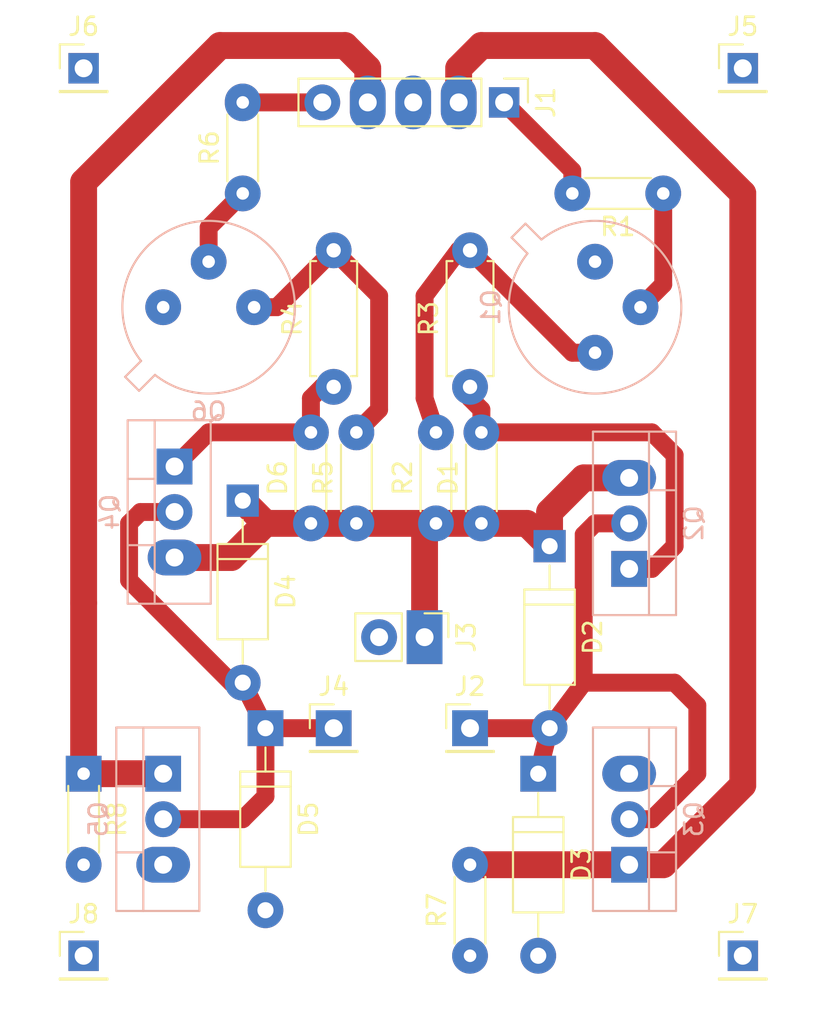
<source format=kicad_pcb>
(kicad_pcb (version 4) (host pcbnew 4.0.7)

  (general
    (links 41)
    (no_connects 9)
    (area 12.732381 22.86 59.65762 80.010001)
    (thickness 1.6)
    (drawings 0)
    (tracks 85)
    (zones 0)
    (modules 28)
    (nets 19)
  )

  (page A4)
  (layers
    (0 F.Cu signal)
    (31 B.Cu signal)
    (32 B.Adhes user)
    (33 F.Adhes user)
    (34 B.Paste user)
    (35 F.Paste user)
    (36 B.SilkS user)
    (37 F.SilkS user)
    (38 B.Mask user)
    (39 F.Mask user)
    (40 Dwgs.User user)
    (41 Cmts.User user)
    (42 Eco1.User user)
    (43 Eco2.User user)
    (44 Edge.Cuts user)
    (45 Margin user)
    (46 B.CrtYd user)
    (47 F.CrtYd user)
    (48 B.Fab user)
    (49 F.Fab user)
  )

  (setup
    (last_trace_width 1)
    (trace_clearance 0.5)
    (zone_clearance 0.508)
    (zone_45_only no)
    (trace_min 1)
    (segment_width 0.2)
    (edge_width 0.15)
    (via_size 2)
    (via_drill 0.8)
    (via_min_size 1)
    (via_min_drill 0.8)
    (uvia_size 0.3)
    (uvia_drill 0.1)
    (uvias_allowed no)
    (uvia_min_size 0.2)
    (uvia_min_drill 0.1)
    (pcb_text_width 0.3)
    (pcb_text_size 1.5 1.5)
    (mod_edge_width 0.15)
    (mod_text_size 1 1)
    (mod_text_width 0.15)
    (pad_size 2 3)
    (pad_drill 1)
    (pad_to_mask_clearance 0.2)
    (aux_axis_origin 0 0)
    (visible_elements 7FFFFFFF)
    (pcbplotparams
      (layerselection 0x00000_00000001)
      (usegerberextensions false)
      (excludeedgelayer false)
      (linewidth 0.100000)
      (plotframeref false)
      (viasonmask false)
      (mode 1)
      (useauxorigin false)
      (hpglpennumber 1)
      (hpglpenspeed 20)
      (hpglpendiameter 15)
      (hpglpenoverlay 2)
      (psnegative false)
      (psa4output false)
      (plotreference false)
      (plotvalue false)
      (plotinvisibletext false)
      (padsonsilk false)
      (subtractmaskfromsilk false)
      (outputformat 1)
      (mirror false)
      (drillshape 0)
      (scaleselection 1)
      (outputdirectory E:/GERBER/))
  )

  (net 0 "")
  (net 1 VDC)
  (net 2 "Net-(D1-Pad2)")
  (net 3 "Net-(D2-Pad2)")
  (net 4 GND)
  (net 5 "Net-(D4-Pad2)")
  (net 6 "Net-(D6-Pad2)")
  (net 7 P_A)
  (net 8 N_A)
  (net 9 N_B)
  (net 10 P_B)
  (net 11 "Net-(Q1-Pad2)")
  (net 12 "Net-(Q6-Pad2)")
  (net 13 "Net-(Q1-Pad3)")
  (net 14 "Net-(Q6-Pad3)")
  (net 15 "Net-(J5-Pad1)")
  (net 16 "Net-(J6-Pad1)")
  (net 17 "Net-(J7-Pad1)")
  (net 18 "Net-(J8-Pad1)")

  (net_class Default "Ceci est la Netclass par défaut"
    (clearance 0.5)
    (trace_width 1)
    (via_dia 2)
    (via_drill 0.8)
    (uvia_dia 0.3)
    (uvia_drill 0.1)
    (add_net GND)
    (add_net "Net-(D1-Pad2)")
    (add_net "Net-(D2-Pad2)")
    (add_net "Net-(D4-Pad2)")
    (add_net "Net-(D6-Pad2)")
    (add_net "Net-(J5-Pad1)")
    (add_net "Net-(J6-Pad1)")
    (add_net "Net-(J7-Pad1)")
    (add_net "Net-(J8-Pad1)")
    (add_net "Net-(Q1-Pad2)")
    (add_net "Net-(Q1-Pad3)")
    (add_net "Net-(Q6-Pad2)")
    (add_net "Net-(Q6-Pad3)")
    (add_net P_A)
    (add_net P_B)
  )

  (net_class Pow ""
    (clearance 0.5)
    (trace_width 1.5)
    (via_dia 1)
    (via_drill 0.8)
    (uvia_dia 0.3)
    (uvia_drill 0.1)
    (add_net N_A)
    (add_net N_B)
    (add_net VDC)
  )

  (module Resistors_THT:R_Axial_DIN0204_L3.6mm_D1.6mm_P5.08mm_Horizontal (layer F.Cu) (tedit 5A65F57A) (tstamp 5A61E4A3)
    (at 40.005 52.07 90)
    (descr "Resistor, Axial_DIN0204 series, Axial, Horizontal, pin pitch=5.08mm, 0.16666666666666666W = 1/6W, length*diameter=3.6*1.6mm^2, http://cdn-reichelt.de/documents/datenblatt/B400/1_4W%23YAG.pdf")
    (tags "Resistor Axial_DIN0204 series Axial Horizontal pin pitch 5.08mm 0.16666666666666666W = 1/6W length 3.6mm diameter 1.6mm")
    (path /5A5C9B98)
    (fp_text reference D1 (at 2.54 -1.86 90) (layer F.SilkS)
      (effects (font (size 1 1) (thickness 0.15)))
    )
    (fp_text value 10V (at 2.54 1.86 90) (layer F.Fab)
      (effects (font (size 1 1) (thickness 0.15)))
    )
    (fp_line (start 0.74 -0.8) (end 0.74 0.8) (layer F.Fab) (width 0.1))
    (fp_line (start 0.74 0.8) (end 4.34 0.8) (layer F.Fab) (width 0.1))
    (fp_line (start 4.34 0.8) (end 4.34 -0.8) (layer F.Fab) (width 0.1))
    (fp_line (start 4.34 -0.8) (end 0.74 -0.8) (layer F.Fab) (width 0.1))
    (fp_line (start 0 0) (end 0.74 0) (layer F.Fab) (width 0.1))
    (fp_line (start 5.08 0) (end 4.34 0) (layer F.Fab) (width 0.1))
    (fp_line (start 0.68 -0.86) (end 4.4 -0.86) (layer F.SilkS) (width 0.12))
    (fp_line (start 0.68 0.86) (end 4.4 0.86) (layer F.SilkS) (width 0.12))
    (fp_line (start -0.95 -1.15) (end -0.95 1.15) (layer F.CrtYd) (width 0.05))
    (fp_line (start -0.95 1.15) (end 6.05 1.15) (layer F.CrtYd) (width 0.05))
    (fp_line (start 6.05 1.15) (end 6.05 -1.15) (layer F.CrtYd) (width 0.05))
    (fp_line (start 6.05 -1.15) (end -0.95 -1.15) (layer F.CrtYd) (width 0.05))
    (pad 1 thru_hole circle (at 0 0 90) (size 2 2) (drill 0.7) (layers *.Cu *.Mask)
      (net 1 VDC))
    (pad 2 thru_hole oval (at 5.08 0 90) (size 2 2) (drill 0.7) (layers *.Cu *.Mask)
      (net 2 "Net-(D1-Pad2)"))
    (model ${KISYS3DMOD}/Resistors_THT.3dshapes/R_Axial_DIN0204_L3.6mm_D1.6mm_P5.08mm_Horizontal.wrl
      (at (xyz 0 0 0))
      (scale (xyz 0.393701 0.393701 0.393701))
      (rotate (xyz 0 0 0))
    )
  )

  (module Diodes_THT:D_A-405_P10.16mm_Horizontal (layer F.Cu) (tedit 5A65F644) (tstamp 5A61E4D5)
    (at 43.18 66.04 270)
    (descr "D, A-405 series, Axial, Horizontal, pin pitch=10.16mm, , length*diameter=5.2*2.7mm^2, , http://www.diodes.com/_files/packages/A-405.pdf")
    (tags "D A-405 series Axial Horizontal pin pitch 10.16mm  length 5.2mm diameter 2.7mm")
    (path /5A5C96E4)
    (fp_text reference D3 (at 5.08 -2.41 270) (layer F.SilkS)
      (effects (font (size 1 1) (thickness 0.15)))
    )
    (fp_text value 1N4007 (at 5.08 2.41 270) (layer F.Fab)
      (effects (font (size 1 1) (thickness 0.15)))
    )
    (fp_text user %R (at 5.08 0 270) (layer F.Fab)
      (effects (font (size 1 1) (thickness 0.15)))
    )
    (fp_line (start 2.48 -1.35) (end 2.48 1.35) (layer F.Fab) (width 0.1))
    (fp_line (start 2.48 1.35) (end 7.68 1.35) (layer F.Fab) (width 0.1))
    (fp_line (start 7.68 1.35) (end 7.68 -1.35) (layer F.Fab) (width 0.1))
    (fp_line (start 7.68 -1.35) (end 2.48 -1.35) (layer F.Fab) (width 0.1))
    (fp_line (start 0 0) (end 2.48 0) (layer F.Fab) (width 0.1))
    (fp_line (start 10.16 0) (end 7.68 0) (layer F.Fab) (width 0.1))
    (fp_line (start 3.26 -1.35) (end 3.26 1.35) (layer F.Fab) (width 0.1))
    (fp_line (start 2.42 -1.41) (end 2.42 1.41) (layer F.SilkS) (width 0.12))
    (fp_line (start 2.42 1.41) (end 7.74 1.41) (layer F.SilkS) (width 0.12))
    (fp_line (start 7.74 1.41) (end 7.74 -1.41) (layer F.SilkS) (width 0.12))
    (fp_line (start 7.74 -1.41) (end 2.42 -1.41) (layer F.SilkS) (width 0.12))
    (fp_line (start 1.08 0) (end 2.42 0) (layer F.SilkS) (width 0.12))
    (fp_line (start 9.08 0) (end 7.74 0) (layer F.SilkS) (width 0.12))
    (fp_line (start 3.26 -1.41) (end 3.26 1.41) (layer F.SilkS) (width 0.12))
    (fp_line (start -1.15 -1.7) (end -1.15 1.7) (layer F.CrtYd) (width 0.05))
    (fp_line (start -1.15 1.7) (end 11.35 1.7) (layer F.CrtYd) (width 0.05))
    (fp_line (start 11.35 1.7) (end 11.35 -1.7) (layer F.CrtYd) (width 0.05))
    (fp_line (start 11.35 -1.7) (end -1.15 -1.7) (layer F.CrtYd) (width 0.05))
    (pad 1 thru_hole rect (at 0 0 270) (size 2 2) (drill 0.9) (layers *.Cu *.Mask)
      (net 3 "Net-(D2-Pad2)"))
    (pad 2 thru_hole oval (at 10.16 0 270) (size 2 2) (drill 0.9) (layers *.Cu *.Mask)
      (net 4 GND))
    (model ${KISYS3DMOD}/Diodes_THT.3dshapes/D_A-405_P10.16mm_Horizontal.wrl
      (at (xyz 0 0 0))
      (scale (xyz 0.393701 0.393701 0.393701))
      (rotate (xyz 0 0 0))
    )
  )

  (module Diodes_THT:D_A-405_P10.16mm_Horizontal (layer F.Cu) (tedit 5A65F63A) (tstamp 5A61E4EE)
    (at 26.67 50.8 270)
    (descr "D, A-405 series, Axial, Horizontal, pin pitch=10.16mm, , length*diameter=5.2*2.7mm^2, , http://www.diodes.com/_files/packages/A-405.pdf")
    (tags "D A-405 series Axial Horizontal pin pitch 10.16mm  length 5.2mm diameter 2.7mm")
    (path /5A5CA74C)
    (fp_text reference D4 (at 5.08 -2.41 270) (layer F.SilkS)
      (effects (font (size 1 1) (thickness 0.15)))
    )
    (fp_text value 1N4007 (at 5.08 2.41 270) (layer F.Fab)
      (effects (font (size 1 1) (thickness 0.15)))
    )
    (fp_text user %R (at 5.08 0 270) (layer F.Fab)
      (effects (font (size 1 1) (thickness 0.15)))
    )
    (fp_line (start 2.48 -1.35) (end 2.48 1.35) (layer F.Fab) (width 0.1))
    (fp_line (start 2.48 1.35) (end 7.68 1.35) (layer F.Fab) (width 0.1))
    (fp_line (start 7.68 1.35) (end 7.68 -1.35) (layer F.Fab) (width 0.1))
    (fp_line (start 7.68 -1.35) (end 2.48 -1.35) (layer F.Fab) (width 0.1))
    (fp_line (start 0 0) (end 2.48 0) (layer F.Fab) (width 0.1))
    (fp_line (start 10.16 0) (end 7.68 0) (layer F.Fab) (width 0.1))
    (fp_line (start 3.26 -1.35) (end 3.26 1.35) (layer F.Fab) (width 0.1))
    (fp_line (start 2.42 -1.41) (end 2.42 1.41) (layer F.SilkS) (width 0.12))
    (fp_line (start 2.42 1.41) (end 7.74 1.41) (layer F.SilkS) (width 0.12))
    (fp_line (start 7.74 1.41) (end 7.74 -1.41) (layer F.SilkS) (width 0.12))
    (fp_line (start 7.74 -1.41) (end 2.42 -1.41) (layer F.SilkS) (width 0.12))
    (fp_line (start 1.08 0) (end 2.42 0) (layer F.SilkS) (width 0.12))
    (fp_line (start 9.08 0) (end 7.74 0) (layer F.SilkS) (width 0.12))
    (fp_line (start 3.26 -1.41) (end 3.26 1.41) (layer F.SilkS) (width 0.12))
    (fp_line (start -1.15 -1.7) (end -1.15 1.7) (layer F.CrtYd) (width 0.05))
    (fp_line (start -1.15 1.7) (end 11.35 1.7) (layer F.CrtYd) (width 0.05))
    (fp_line (start 11.35 1.7) (end 11.35 -1.7) (layer F.CrtYd) (width 0.05))
    (fp_line (start 11.35 -1.7) (end -1.15 -1.7) (layer F.CrtYd) (width 0.05))
    (pad 1 thru_hole rect (at 0 0 270) (size 1.8 1.8) (drill 0.9) (layers *.Cu *.Mask)
      (net 1 VDC))
    (pad 2 thru_hole oval (at 10.16 0 270) (size 2 2) (drill 0.9) (layers *.Cu *.Mask)
      (net 5 "Net-(D4-Pad2)"))
    (model ${KISYS3DMOD}/Diodes_THT.3dshapes/D_A-405_P10.16mm_Horizontal.wrl
      (at (xyz 0 0 0))
      (scale (xyz 0.393701 0.393701 0.393701))
      (rotate (xyz 0 0 0))
    )
  )

  (module Diodes_THT:D_A-405_P10.16mm_Horizontal (layer F.Cu) (tedit 5A65F62E) (tstamp 5A61E507)
    (at 27.94 63.5 270)
    (descr "D, A-405 series, Axial, Horizontal, pin pitch=10.16mm, , length*diameter=5.2*2.7mm^2, , http://www.diodes.com/_files/packages/A-405.pdf")
    (tags "D A-405 series Axial Horizontal pin pitch 10.16mm  length 5.2mm diameter 2.7mm")
    (path /5A5C9955)
    (fp_text reference D5 (at 5.08 -2.41 270) (layer F.SilkS)
      (effects (font (size 1 1) (thickness 0.15)))
    )
    (fp_text value 1N4007 (at 5.08 2.41 270) (layer F.Fab)
      (effects (font (size 1 1) (thickness 0.15)))
    )
    (fp_text user %R (at 5.08 0 270) (layer F.Fab)
      (effects (font (size 1 1) (thickness 0.15)))
    )
    (fp_line (start 2.48 -1.35) (end 2.48 1.35) (layer F.Fab) (width 0.1))
    (fp_line (start 2.48 1.35) (end 7.68 1.35) (layer F.Fab) (width 0.1))
    (fp_line (start 7.68 1.35) (end 7.68 -1.35) (layer F.Fab) (width 0.1))
    (fp_line (start 7.68 -1.35) (end 2.48 -1.35) (layer F.Fab) (width 0.1))
    (fp_line (start 0 0) (end 2.48 0) (layer F.Fab) (width 0.1))
    (fp_line (start 10.16 0) (end 7.68 0) (layer F.Fab) (width 0.1))
    (fp_line (start 3.26 -1.35) (end 3.26 1.35) (layer F.Fab) (width 0.1))
    (fp_line (start 2.42 -1.41) (end 2.42 1.41) (layer F.SilkS) (width 0.12))
    (fp_line (start 2.42 1.41) (end 7.74 1.41) (layer F.SilkS) (width 0.12))
    (fp_line (start 7.74 1.41) (end 7.74 -1.41) (layer F.SilkS) (width 0.12))
    (fp_line (start 7.74 -1.41) (end 2.42 -1.41) (layer F.SilkS) (width 0.12))
    (fp_line (start 1.08 0) (end 2.42 0) (layer F.SilkS) (width 0.12))
    (fp_line (start 9.08 0) (end 7.74 0) (layer F.SilkS) (width 0.12))
    (fp_line (start 3.26 -1.41) (end 3.26 1.41) (layer F.SilkS) (width 0.12))
    (fp_line (start -1.15 -1.7) (end -1.15 1.7) (layer F.CrtYd) (width 0.05))
    (fp_line (start -1.15 1.7) (end 11.35 1.7) (layer F.CrtYd) (width 0.05))
    (fp_line (start 11.35 1.7) (end 11.35 -1.7) (layer F.CrtYd) (width 0.05))
    (fp_line (start 11.35 -1.7) (end -1.15 -1.7) (layer F.CrtYd) (width 0.05))
    (pad 1 thru_hole rect (at 0 0 270) (size 2 2) (drill 0.9) (layers *.Cu *.Mask)
      (net 5 "Net-(D4-Pad2)"))
    (pad 2 thru_hole oval (at 10.16 0 270) (size 2 2) (drill 0.9) (layers *.Cu *.Mask)
      (net 4 GND))
    (model ${KISYS3DMOD}/Diodes_THT.3dshapes/D_A-405_P10.16mm_Horizontal.wrl
      (at (xyz 0 0 0))
      (scale (xyz 0.393701 0.393701 0.393701))
      (rotate (xyz 0 0 0))
    )
  )

  (module Resistors_THT:R_Axial_DIN0204_L3.6mm_D1.6mm_P5.08mm_Horizontal (layer F.Cu) (tedit 5A65F56C) (tstamp 5A61E519)
    (at 30.48 52.07 90)
    (descr "Resistor, Axial_DIN0204 series, Axial, Horizontal, pin pitch=5.08mm, 0.16666666666666666W = 1/6W, length*diameter=3.6*1.6mm^2, http://cdn-reichelt.de/documents/datenblatt/B400/1_4W%23YAG.pdf")
    (tags "Resistor Axial_DIN0204 series Axial Horizontal pin pitch 5.08mm 0.16666666666666666W = 1/6W length 3.6mm diameter 1.6mm")
    (path /5A5CBC09)
    (fp_text reference D6 (at 2.54 -1.86 90) (layer F.SilkS)
      (effects (font (size 1 1) (thickness 0.15)))
    )
    (fp_text value 10V (at 2.54 1.86 90) (layer F.Fab)
      (effects (font (size 1 1) (thickness 0.15)))
    )
    (fp_line (start 0.74 -0.8) (end 0.74 0.8) (layer F.Fab) (width 0.1))
    (fp_line (start 0.74 0.8) (end 4.34 0.8) (layer F.Fab) (width 0.1))
    (fp_line (start 4.34 0.8) (end 4.34 -0.8) (layer F.Fab) (width 0.1))
    (fp_line (start 4.34 -0.8) (end 0.74 -0.8) (layer F.Fab) (width 0.1))
    (fp_line (start 0 0) (end 0.74 0) (layer F.Fab) (width 0.1))
    (fp_line (start 5.08 0) (end 4.34 0) (layer F.Fab) (width 0.1))
    (fp_line (start 0.68 -0.86) (end 4.4 -0.86) (layer F.SilkS) (width 0.12))
    (fp_line (start 0.68 0.86) (end 4.4 0.86) (layer F.SilkS) (width 0.12))
    (fp_line (start -0.95 -1.15) (end -0.95 1.15) (layer F.CrtYd) (width 0.05))
    (fp_line (start -0.95 1.15) (end 6.05 1.15) (layer F.CrtYd) (width 0.05))
    (fp_line (start 6.05 1.15) (end 6.05 -1.15) (layer F.CrtYd) (width 0.05))
    (fp_line (start 6.05 -1.15) (end -0.95 -1.15) (layer F.CrtYd) (width 0.05))
    (pad 1 thru_hole circle (at 0 0 90) (size 2 2) (drill 0.7) (layers *.Cu *.Mask)
      (net 1 VDC))
    (pad 2 thru_hole oval (at 5.08 0 90) (size 2 2) (drill 0.7) (layers *.Cu *.Mask)
      (net 6 "Net-(D6-Pad2)"))
    (model ${KISYS3DMOD}/Resistors_THT.3dshapes/R_Axial_DIN0204_L3.6mm_D1.6mm_P5.08mm_Horizontal.wrl
      (at (xyz 0 0 0))
      (scale (xyz 0.393701 0.393701 0.393701))
      (rotate (xyz 0 0 0))
    )
  )

  (module Pin_Headers:Pin_Header_Straight_1x05_Pitch2.54mm (layer F.Cu) (tedit 5A65F51C) (tstamp 5A61E532)
    (at 41.275 28.575 270)
    (descr "Through hole straight pin header, 1x05, 2.54mm pitch, single row")
    (tags "Through hole pin header THT 1x05 2.54mm single row")
    (path /5A61DC39)
    (fp_text reference J1 (at 0 -2.33 270) (layer F.SilkS)
      (effects (font (size 1 1) (thickness 0.15)))
    )
    (fp_text value Conn_01x05 (at 0 12.49 270) (layer F.Fab)
      (effects (font (size 1 1) (thickness 0.15)))
    )
    (fp_line (start -0.635 -1.27) (end 1.27 -1.27) (layer F.Fab) (width 0.1))
    (fp_line (start 1.27 -1.27) (end 1.27 11.43) (layer F.Fab) (width 0.1))
    (fp_line (start 1.27 11.43) (end -1.27 11.43) (layer F.Fab) (width 0.1))
    (fp_line (start -1.27 11.43) (end -1.27 -0.635) (layer F.Fab) (width 0.1))
    (fp_line (start -1.27 -0.635) (end -0.635 -1.27) (layer F.Fab) (width 0.1))
    (fp_line (start -1.33 11.49) (end 1.33 11.49) (layer F.SilkS) (width 0.12))
    (fp_line (start -1.33 1.27) (end -1.33 11.49) (layer F.SilkS) (width 0.12))
    (fp_line (start 1.33 1.27) (end 1.33 11.49) (layer F.SilkS) (width 0.12))
    (fp_line (start -1.33 1.27) (end 1.33 1.27) (layer F.SilkS) (width 0.12))
    (fp_line (start -1.33 0) (end -1.33 -1.33) (layer F.SilkS) (width 0.12))
    (fp_line (start -1.33 -1.33) (end 0 -1.33) (layer F.SilkS) (width 0.12))
    (fp_line (start -1.8 -1.8) (end -1.8 11.95) (layer F.CrtYd) (width 0.05))
    (fp_line (start -1.8 11.95) (end 1.8 11.95) (layer F.CrtYd) (width 0.05))
    (fp_line (start 1.8 11.95) (end 1.8 -1.8) (layer F.CrtYd) (width 0.05))
    (fp_line (start 1.8 -1.8) (end -1.8 -1.8) (layer F.CrtYd) (width 0.05))
    (fp_text user %R (at 0 5.08 360) (layer F.Fab)
      (effects (font (size 1 1) (thickness 0.15)))
    )
    (pad 1 thru_hole rect (at 0 0 270) (size 1.7 1.7) (drill 1) (layers *.Cu *.Mask)
      (net 7 P_A))
    (pad 2 thru_hole oval (at 0 2.54 270) (size 3 2) (drill 1) (layers *.Cu *.Mask)
      (net 9 N_B))
    (pad 3 thru_hole oval (at 0 5.08 270) (size 3 2) (drill 1) (layers *.Cu *.Mask)
      (net 4 GND))
    (pad 4 thru_hole oval (at 0 7.62 270) (size 3 2) (drill 1) (layers *.Cu *.Mask)
      (net 8 N_A))
    (pad 5 thru_hole oval (at 0 10.16 270) (size 2 2) (drill 1) (layers *.Cu *.Mask)
      (net 10 P_B))
    (model ${KISYS3DMOD}/Pin_Headers.3dshapes/Pin_Header_Straight_1x05_Pitch2.54mm.wrl
      (at (xyz 0 0 0))
      (scale (xyz 1 1 1))
      (rotate (xyz 0 0 0))
    )
  )

  (module Pin_Headers:Pin_Header_Straight_1x02_Pitch2.54mm (layer F.Cu) (tedit 5A65F616) (tstamp 5A61E55E)
    (at 36.83 58.42 270)
    (descr "Through hole straight pin header, 1x02, 2.54mm pitch, single row")
    (tags "Through hole pin header THT 1x02 2.54mm single row")
    (path /5A61E34D)
    (fp_text reference J3 (at 0 -2.33 270) (layer F.SilkS)
      (effects (font (size 1 1) (thickness 0.15)))
    )
    (fp_text value Conn_01x02 (at 0 4.87 270) (layer F.Fab)
      (effects (font (size 1 1) (thickness 0.15)))
    )
    (fp_line (start -0.635 -1.27) (end 1.27 -1.27) (layer F.Fab) (width 0.1))
    (fp_line (start 1.27 -1.27) (end 1.27 3.81) (layer F.Fab) (width 0.1))
    (fp_line (start 1.27 3.81) (end -1.27 3.81) (layer F.Fab) (width 0.1))
    (fp_line (start -1.27 3.81) (end -1.27 -0.635) (layer F.Fab) (width 0.1))
    (fp_line (start -1.27 -0.635) (end -0.635 -1.27) (layer F.Fab) (width 0.1))
    (fp_line (start -1.33 3.87) (end 1.33 3.87) (layer F.SilkS) (width 0.12))
    (fp_line (start -1.33 1.27) (end -1.33 3.87) (layer F.SilkS) (width 0.12))
    (fp_line (start 1.33 1.27) (end 1.33 3.87) (layer F.SilkS) (width 0.12))
    (fp_line (start -1.33 1.27) (end 1.33 1.27) (layer F.SilkS) (width 0.12))
    (fp_line (start -1.33 0) (end -1.33 -1.33) (layer F.SilkS) (width 0.12))
    (fp_line (start -1.33 -1.33) (end 0 -1.33) (layer F.SilkS) (width 0.12))
    (fp_line (start -1.8 -1.8) (end -1.8 4.35) (layer F.CrtYd) (width 0.05))
    (fp_line (start -1.8 4.35) (end 1.8 4.35) (layer F.CrtYd) (width 0.05))
    (fp_line (start 1.8 4.35) (end 1.8 -1.8) (layer F.CrtYd) (width 0.05))
    (fp_line (start 1.8 -1.8) (end -1.8 -1.8) (layer F.CrtYd) (width 0.05))
    (fp_text user %R (at 0 1.27 360) (layer F.Fab)
      (effects (font (size 1 1) (thickness 0.15)))
    )
    (pad 1 thru_hole rect (at 0 0 270) (size 3 2) (drill 1) (layers *.Cu *.Mask)
      (net 1 VDC))
    (pad 2 thru_hole oval (at 0 2.54 270) (size 2 2) (drill 1) (layers *.Cu *.Mask)
      (net 4 GND))
    (model ${KISYS3DMOD}/Pin_Headers.3dshapes/Pin_Header_Straight_1x02_Pitch2.54mm.wrl
      (at (xyz 0 0 0))
      (scale (xyz 1 1 1))
      (rotate (xyz 0 0 0))
    )
  )

  (module TO_SOT_Packages_THT:TO-39-3_Window (layer B.Cu) (tedit 5A65F5E4) (tstamp 5A61E583)
    (at 46.355 37.465 270)
    (descr "TO-39-3_Window, Window")
    (tags "TO-39-3_Window Window")
    (path /5A5C93BC)
    (fp_text reference Q1 (at 2.54 5.82 270) (layer B.SilkS)
      (effects (font (size 1 1) (thickness 0.15)) (justify mirror))
    )
    (fp_text value BF259 (at 2.54 -5.82 270) (layer B.Fab)
      (effects (font (size 1 1) (thickness 0.15)) (justify mirror))
    )
    (fp_text user %R (at 2.54 5.82 270) (layer B.Fab)
      (effects (font (size 1 1) (thickness 0.15)) (justify mirror))
    )
    (fp_line (start -0.465408 3.61352) (end -1.27151 4.419621) (layer B.Fab) (width 0.1))
    (fp_line (start -1.27151 4.419621) (end -1.879621 3.81151) (layer B.Fab) (width 0.1))
    (fp_line (start -1.879621 3.81151) (end -1.07352 3.005408) (layer B.Fab) (width 0.1))
    (fp_line (start 3.864 2.637) (end 5.177 1.324) (layer B.Fab) (width 0.1))
    (fp_line (start 3.025 2.911) (end 5.451 0.485) (layer B.Fab) (width 0.1))
    (fp_line (start 2.42 2.948) (end 5.488 -0.12) (layer B.Fab) (width 0.1))
    (fp_line (start 1.918 2.884) (end 5.424 -0.622) (layer B.Fab) (width 0.1))
    (fp_line (start 1.482 2.755) (end 5.295 -1.058) (layer B.Fab) (width 0.1))
    (fp_line (start 1.097 2.574) (end 5.114 -1.443) (layer B.Fab) (width 0.1))
    (fp_line (start 0.756 2.35) (end 4.89 -1.784) (layer B.Fab) (width 0.1))
    (fp_line (start 0.454 2.086) (end 4.626 -2.086) (layer B.Fab) (width 0.1))
    (fp_line (start 0.19 1.784) (end 4.324 -2.35) (layer B.Fab) (width 0.1))
    (fp_line (start -0.034 1.443) (end 3.983 -2.574) (layer B.Fab) (width 0.1))
    (fp_line (start -0.215 1.058) (end 3.598 -2.755) (layer B.Fab) (width 0.1))
    (fp_line (start -0.344 0.622) (end 3.162 -2.884) (layer B.Fab) (width 0.1))
    (fp_line (start -0.408 0.12) (end 2.66 -2.948) (layer B.Fab) (width 0.1))
    (fp_line (start -0.371 -0.485) (end 2.055 -2.911) (layer B.Fab) (width 0.1))
    (fp_line (start -0.097 -1.324) (end 1.216 -2.637) (layer B.Fab) (width 0.1))
    (fp_line (start -0.457084 3.774902) (end -1.348039 4.665856) (layer B.SilkS) (width 0.12))
    (fp_line (start -1.348039 4.665856) (end -2.125856 3.888039) (layer B.SilkS) (width 0.12))
    (fp_line (start -2.125856 3.888039) (end -1.234902 2.997084) (layer B.SilkS) (width 0.12))
    (fp_line (start -2.41 4.95) (end -2.41 -4.95) (layer B.CrtYd) (width 0.05))
    (fp_line (start -2.41 -4.95) (end 7.49 -4.95) (layer B.CrtYd) (width 0.05))
    (fp_line (start 7.49 -4.95) (end 7.49 4.95) (layer B.CrtYd) (width 0.05))
    (fp_line (start 7.49 4.95) (end -2.41 4.95) (layer B.CrtYd) (width 0.05))
    (fp_circle (center 2.54 0) (end 6.79 0) (layer B.Fab) (width 0.1))
    (fp_circle (center 2.54 0) (end 5.49 0) (layer B.Fab) (width 0.1))
    (fp_arc (start 2.54 0) (end -0.465408 3.61352) (angle -349.5) (layer B.Fab) (width 0.1))
    (fp_arc (start 2.54 0) (end -0.457084 3.774902) (angle -346.9) (layer B.SilkS) (width 0.12))
    (pad 1 thru_hole oval (at 0 0 270) (size 2 2) (drill 0.7) (layers *.Cu *.Mask)
      (net 4 GND))
    (pad 2 thru_hole oval (at 2.54 -2.54 270) (size 2 2) (drill 0.7) (layers *.Cu *.Mask)
      (net 11 "Net-(Q1-Pad2)"))
    (pad 3 thru_hole oval (at 5.08 0 270) (size 2 2) (drill 0.7) (layers *.Cu *.Mask)
      (net 13 "Net-(Q1-Pad3)"))
    (model ${KISYS3DMOD}/TO_SOT_Packages_THT.3dshapes/TO-39-3_Window.wrl
      (at (xyz 0 0 0))
      (scale (xyz 0.393701 0.393701 0.393701))
      (rotate (xyz 0 0 0))
    )
  )

  (module TO_SOT_Packages_THT:TO-220-3_Vertical (layer B.Cu) (tedit 5A65F696) (tstamp 5A61E59D)
    (at 48.26 54.61 90)
    (descr "TO-220-3, Vertical, RM 2.54mm")
    (tags "TO-220-3 Vertical RM 2.54mm")
    (path /5A5C90A8)
    (fp_text reference Q2 (at 2.54 3.62 90) (layer B.SilkS)
      (effects (font (size 1 1) (thickness 0.15)) (justify mirror))
    )
    (fp_text value FQP27P06 (at 2.54 -3.92 90) (layer B.Fab)
      (effects (font (size 1 1) (thickness 0.15)) (justify mirror))
    )
    (fp_text user %R (at 2.54 3.62 90) (layer B.Fab)
      (effects (font (size 1 1) (thickness 0.15)) (justify mirror))
    )
    (fp_line (start -2.46 2.5) (end -2.46 -1.9) (layer B.Fab) (width 0.1))
    (fp_line (start -2.46 -1.9) (end 7.54 -1.9) (layer B.Fab) (width 0.1))
    (fp_line (start 7.54 -1.9) (end 7.54 2.5) (layer B.Fab) (width 0.1))
    (fp_line (start 7.54 2.5) (end -2.46 2.5) (layer B.Fab) (width 0.1))
    (fp_line (start -2.46 1.23) (end 7.54 1.23) (layer B.Fab) (width 0.1))
    (fp_line (start 0.69 2.5) (end 0.69 1.23) (layer B.Fab) (width 0.1))
    (fp_line (start 4.39 2.5) (end 4.39 1.23) (layer B.Fab) (width 0.1))
    (fp_line (start -2.58 2.62) (end 7.66 2.62) (layer B.SilkS) (width 0.12))
    (fp_line (start -2.58 -2.021) (end 7.66 -2.021) (layer B.SilkS) (width 0.12))
    (fp_line (start -2.58 2.62) (end -2.58 -2.021) (layer B.SilkS) (width 0.12))
    (fp_line (start 7.66 2.62) (end 7.66 -2.021) (layer B.SilkS) (width 0.12))
    (fp_line (start -2.58 1.11) (end 7.66 1.11) (layer B.SilkS) (width 0.12))
    (fp_line (start 0.69 2.62) (end 0.69 1.11) (layer B.SilkS) (width 0.12))
    (fp_line (start 4.391 2.62) (end 4.391 1.11) (layer B.SilkS) (width 0.12))
    (fp_line (start -2.71 2.75) (end -2.71 -2.16) (layer B.CrtYd) (width 0.05))
    (fp_line (start -2.71 -2.16) (end 7.79 -2.16) (layer B.CrtYd) (width 0.05))
    (fp_line (start 7.79 -2.16) (end 7.79 2.75) (layer B.CrtYd) (width 0.05))
    (fp_line (start 7.79 2.75) (end -2.71 2.75) (layer B.CrtYd) (width 0.05))
    (pad 1 thru_hole rect (at 0 0 90) (size 2 2) (drill 1) (layers *.Cu *.Mask)
      (net 2 "Net-(D1-Pad2)"))
    (pad 2 thru_hole oval (at 2.54 0 90) (size 2 2) (drill 1) (layers *.Cu *.Mask)
      (net 3 "Net-(D2-Pad2)"))
    (pad 3 thru_hole oval (at 5.08 0 90) (size 2 3) (drill 1) (layers *.Cu *.Mask)
      (net 1 VDC))
    (model ${KISYS3DMOD}/TO_SOT_Packages_THT.3dshapes/TO-220-3_Vertical.wrl
      (at (xyz 0.1 0 0))
      (scale (xyz 0.393701 0.393701 0.393701))
      (rotate (xyz 0 0 0))
    )
  )

  (module TO_SOT_Packages_THT:TO-220-3_Vertical (layer B.Cu) (tedit 5A65F664) (tstamp 5A61E5B7)
    (at 48.26 71.12 90)
    (descr "TO-220-3, Vertical, RM 2.54mm")
    (tags "TO-220-3 Vertical RM 2.54mm")
    (path /5A5C896E)
    (fp_text reference Q3 (at 2.54 3.62 90) (layer B.SilkS)
      (effects (font (size 1 1) (thickness 0.15)) (justify mirror))
    )
    (fp_text value FQP13N10 (at 2.54 -3.92 90) (layer B.Fab)
      (effects (font (size 1 1) (thickness 0.15)) (justify mirror))
    )
    (fp_text user %R (at 2.54 3.62 90) (layer B.Fab)
      (effects (font (size 1 1) (thickness 0.15)) (justify mirror))
    )
    (fp_line (start -2.46 2.5) (end -2.46 -1.9) (layer B.Fab) (width 0.1))
    (fp_line (start -2.46 -1.9) (end 7.54 -1.9) (layer B.Fab) (width 0.1))
    (fp_line (start 7.54 -1.9) (end 7.54 2.5) (layer B.Fab) (width 0.1))
    (fp_line (start 7.54 2.5) (end -2.46 2.5) (layer B.Fab) (width 0.1))
    (fp_line (start -2.46 1.23) (end 7.54 1.23) (layer B.Fab) (width 0.1))
    (fp_line (start 0.69 2.5) (end 0.69 1.23) (layer B.Fab) (width 0.1))
    (fp_line (start 4.39 2.5) (end 4.39 1.23) (layer B.Fab) (width 0.1))
    (fp_line (start -2.58 2.62) (end 7.66 2.62) (layer B.SilkS) (width 0.12))
    (fp_line (start -2.58 -2.021) (end 7.66 -2.021) (layer B.SilkS) (width 0.12))
    (fp_line (start -2.58 2.62) (end -2.58 -2.021) (layer B.SilkS) (width 0.12))
    (fp_line (start 7.66 2.62) (end 7.66 -2.021) (layer B.SilkS) (width 0.12))
    (fp_line (start -2.58 1.11) (end 7.66 1.11) (layer B.SilkS) (width 0.12))
    (fp_line (start 0.69 2.62) (end 0.69 1.11) (layer B.SilkS) (width 0.12))
    (fp_line (start 4.391 2.62) (end 4.391 1.11) (layer B.SilkS) (width 0.12))
    (fp_line (start -2.71 2.75) (end -2.71 -2.16) (layer B.CrtYd) (width 0.05))
    (fp_line (start -2.71 -2.16) (end 7.79 -2.16) (layer B.CrtYd) (width 0.05))
    (fp_line (start 7.79 -2.16) (end 7.79 2.75) (layer B.CrtYd) (width 0.05))
    (fp_line (start 7.79 2.75) (end -2.71 2.75) (layer B.CrtYd) (width 0.05))
    (pad 1 thru_hole rect (at 0 0 90) (size 2 2) (drill 1) (layers *.Cu *.Mask)
      (net 9 N_B))
    (pad 2 thru_hole oval (at 2.54 0 90) (size 2 2) (drill 1) (layers *.Cu *.Mask)
      (net 3 "Net-(D2-Pad2)"))
    (pad 3 thru_hole oval (at 5.08 0 90) (size 2 3) (drill 1) (layers *.Cu *.Mask)
      (net 4 GND))
    (model ${KISYS3DMOD}/TO_SOT_Packages_THT.3dshapes/TO-220-3_Vertical.wrl
      (at (xyz 0.1 0 0))
      (scale (xyz 0.393701 0.393701 0.393701))
      (rotate (xyz 0 0 0))
    )
  )

  (module TO_SOT_Packages_THT:TO-220-3_Vertical (layer B.Cu) (tedit 5A65F68A) (tstamp 5A61E5D1)
    (at 22.86 48.895 270)
    (descr "TO-220-3, Vertical, RM 2.54mm")
    (tags "TO-220-3 Vertical RM 2.54mm")
    (path /5A5C912F)
    (fp_text reference Q4 (at 2.54 3.62 270) (layer B.SilkS)
      (effects (font (size 1 1) (thickness 0.15)) (justify mirror))
    )
    (fp_text value FQP27P06 (at 2.54 -3.92 270) (layer B.Fab)
      (effects (font (size 1 1) (thickness 0.15)) (justify mirror))
    )
    (fp_text user %R (at 2.54 3.62 270) (layer B.Fab)
      (effects (font (size 1 1) (thickness 0.15)) (justify mirror))
    )
    (fp_line (start -2.46 2.5) (end -2.46 -1.9) (layer B.Fab) (width 0.1))
    (fp_line (start -2.46 -1.9) (end 7.54 -1.9) (layer B.Fab) (width 0.1))
    (fp_line (start 7.54 -1.9) (end 7.54 2.5) (layer B.Fab) (width 0.1))
    (fp_line (start 7.54 2.5) (end -2.46 2.5) (layer B.Fab) (width 0.1))
    (fp_line (start -2.46 1.23) (end 7.54 1.23) (layer B.Fab) (width 0.1))
    (fp_line (start 0.69 2.5) (end 0.69 1.23) (layer B.Fab) (width 0.1))
    (fp_line (start 4.39 2.5) (end 4.39 1.23) (layer B.Fab) (width 0.1))
    (fp_line (start -2.58 2.62) (end 7.66 2.62) (layer B.SilkS) (width 0.12))
    (fp_line (start -2.58 -2.021) (end 7.66 -2.021) (layer B.SilkS) (width 0.12))
    (fp_line (start -2.58 2.62) (end -2.58 -2.021) (layer B.SilkS) (width 0.12))
    (fp_line (start 7.66 2.62) (end 7.66 -2.021) (layer B.SilkS) (width 0.12))
    (fp_line (start -2.58 1.11) (end 7.66 1.11) (layer B.SilkS) (width 0.12))
    (fp_line (start 0.69 2.62) (end 0.69 1.11) (layer B.SilkS) (width 0.12))
    (fp_line (start 4.391 2.62) (end 4.391 1.11) (layer B.SilkS) (width 0.12))
    (fp_line (start -2.71 2.75) (end -2.71 -2.16) (layer B.CrtYd) (width 0.05))
    (fp_line (start -2.71 -2.16) (end 7.79 -2.16) (layer B.CrtYd) (width 0.05))
    (fp_line (start 7.79 -2.16) (end 7.79 2.75) (layer B.CrtYd) (width 0.05))
    (fp_line (start 7.79 2.75) (end -2.71 2.75) (layer B.CrtYd) (width 0.05))
    (pad 1 thru_hole rect (at 0 0 270) (size 2 2) (drill 1) (layers *.Cu *.Mask)
      (net 6 "Net-(D6-Pad2)"))
    (pad 2 thru_hole oval (at 2.54 0 270) (size 2 2) (drill 1) (layers *.Cu *.Mask)
      (net 5 "Net-(D4-Pad2)"))
    (pad 3 thru_hole oval (at 5.08 0 270) (size 2 3) (drill 1) (layers *.Cu *.Mask)
      (net 1 VDC))
    (model ${KISYS3DMOD}/TO_SOT_Packages_THT.3dshapes/TO-220-3_Vertical.wrl
      (at (xyz 0.1 0 0))
      (scale (xyz 0.393701 0.393701 0.393701))
      (rotate (xyz 0 0 0))
    )
  )

  (module TO_SOT_Packages_THT:TO-220-3_Vertical (layer B.Cu) (tedit 5A65F673) (tstamp 5A61E5EB)
    (at 22.225 66.04 270)
    (descr "TO-220-3, Vertical, RM 2.54mm")
    (tags "TO-220-3 Vertical RM 2.54mm")
    (path /5A5C8C12)
    (fp_text reference Q5 (at 2.54 3.62 270) (layer B.SilkS)
      (effects (font (size 1 1) (thickness 0.15)) (justify mirror))
    )
    (fp_text value FQP13N10 (at 2.54 -3.92 270) (layer B.Fab)
      (effects (font (size 1 1) (thickness 0.15)) (justify mirror))
    )
    (fp_text user %R (at 2.54 3.62 270) (layer B.Fab)
      (effects (font (size 1 1) (thickness 0.15)) (justify mirror))
    )
    (fp_line (start -2.46 2.5) (end -2.46 -1.9) (layer B.Fab) (width 0.1))
    (fp_line (start -2.46 -1.9) (end 7.54 -1.9) (layer B.Fab) (width 0.1))
    (fp_line (start 7.54 -1.9) (end 7.54 2.5) (layer B.Fab) (width 0.1))
    (fp_line (start 7.54 2.5) (end -2.46 2.5) (layer B.Fab) (width 0.1))
    (fp_line (start -2.46 1.23) (end 7.54 1.23) (layer B.Fab) (width 0.1))
    (fp_line (start 0.69 2.5) (end 0.69 1.23) (layer B.Fab) (width 0.1))
    (fp_line (start 4.39 2.5) (end 4.39 1.23) (layer B.Fab) (width 0.1))
    (fp_line (start -2.58 2.62) (end 7.66 2.62) (layer B.SilkS) (width 0.12))
    (fp_line (start -2.58 -2.021) (end 7.66 -2.021) (layer B.SilkS) (width 0.12))
    (fp_line (start -2.58 2.62) (end -2.58 -2.021) (layer B.SilkS) (width 0.12))
    (fp_line (start 7.66 2.62) (end 7.66 -2.021) (layer B.SilkS) (width 0.12))
    (fp_line (start -2.58 1.11) (end 7.66 1.11) (layer B.SilkS) (width 0.12))
    (fp_line (start 0.69 2.62) (end 0.69 1.11) (layer B.SilkS) (width 0.12))
    (fp_line (start 4.391 2.62) (end 4.391 1.11) (layer B.SilkS) (width 0.12))
    (fp_line (start -2.71 2.75) (end -2.71 -2.16) (layer B.CrtYd) (width 0.05))
    (fp_line (start -2.71 -2.16) (end 7.79 -2.16) (layer B.CrtYd) (width 0.05))
    (fp_line (start 7.79 -2.16) (end 7.79 2.75) (layer B.CrtYd) (width 0.05))
    (fp_line (start 7.79 2.75) (end -2.71 2.75) (layer B.CrtYd) (width 0.05))
    (pad 1 thru_hole rect (at 0 0 270) (size 2 2) (drill 1) (layers *.Cu *.Mask)
      (net 8 N_A))
    (pad 2 thru_hole oval (at 2.54 0 270) (size 2 2) (drill 1) (layers *.Cu *.Mask)
      (net 5 "Net-(D4-Pad2)"))
    (pad 3 thru_hole oval (at 5.08 0 270) (size 2 3) (drill 1) (layers *.Cu *.Mask)
      (net 4 GND))
    (model ${KISYS3DMOD}/TO_SOT_Packages_THT.3dshapes/TO-220-3_Vertical.wrl
      (at (xyz 0.1 0 0))
      (scale (xyz 0.393701 0.393701 0.393701))
      (rotate (xyz 0 0 0))
    )
  )

  (module TO_SOT_Packages_THT:TO-39-3_Window (layer B.Cu) (tedit 5A65F5C4) (tstamp 5A61E610)
    (at 22.225 40.005)
    (descr "TO-39-3_Window, Window")
    (tags "TO-39-3_Window Window")
    (path /5A5CBBFF)
    (fp_text reference Q6 (at 2.54 5.82) (layer B.SilkS)
      (effects (font (size 1 1) (thickness 0.15)) (justify mirror))
    )
    (fp_text value BF259 (at 2.54 -5.82) (layer B.Fab)
      (effects (font (size 1 1) (thickness 0.15)) (justify mirror))
    )
    (fp_text user %R (at 2.54 5.82) (layer B.Fab)
      (effects (font (size 1 1) (thickness 0.15)) (justify mirror))
    )
    (fp_line (start -0.465408 3.61352) (end -1.27151 4.419621) (layer B.Fab) (width 0.1))
    (fp_line (start -1.27151 4.419621) (end -1.879621 3.81151) (layer B.Fab) (width 0.1))
    (fp_line (start -1.879621 3.81151) (end -1.07352 3.005408) (layer B.Fab) (width 0.1))
    (fp_line (start 3.864 2.637) (end 5.177 1.324) (layer B.Fab) (width 0.1))
    (fp_line (start 3.025 2.911) (end 5.451 0.485) (layer B.Fab) (width 0.1))
    (fp_line (start 2.42 2.948) (end 5.488 -0.12) (layer B.Fab) (width 0.1))
    (fp_line (start 1.918 2.884) (end 5.424 -0.622) (layer B.Fab) (width 0.1))
    (fp_line (start 1.482 2.755) (end 5.295 -1.058) (layer B.Fab) (width 0.1))
    (fp_line (start 1.097 2.574) (end 5.114 -1.443) (layer B.Fab) (width 0.1))
    (fp_line (start 0.756 2.35) (end 4.89 -1.784) (layer B.Fab) (width 0.1))
    (fp_line (start 0.454 2.086) (end 4.626 -2.086) (layer B.Fab) (width 0.1))
    (fp_line (start 0.19 1.784) (end 4.324 -2.35) (layer B.Fab) (width 0.1))
    (fp_line (start -0.034 1.443) (end 3.983 -2.574) (layer B.Fab) (width 0.1))
    (fp_line (start -0.215 1.058) (end 3.598 -2.755) (layer B.Fab) (width 0.1))
    (fp_line (start -0.344 0.622) (end 3.162 -2.884) (layer B.Fab) (width 0.1))
    (fp_line (start -0.408 0.12) (end 2.66 -2.948) (layer B.Fab) (width 0.1))
    (fp_line (start -0.371 -0.485) (end 2.055 -2.911) (layer B.Fab) (width 0.1))
    (fp_line (start -0.097 -1.324) (end 1.216 -2.637) (layer B.Fab) (width 0.1))
    (fp_line (start -0.457084 3.774902) (end -1.348039 4.665856) (layer B.SilkS) (width 0.12))
    (fp_line (start -1.348039 4.665856) (end -2.125856 3.888039) (layer B.SilkS) (width 0.12))
    (fp_line (start -2.125856 3.888039) (end -1.234902 2.997084) (layer B.SilkS) (width 0.12))
    (fp_line (start -2.41 4.95) (end -2.41 -4.95) (layer B.CrtYd) (width 0.05))
    (fp_line (start -2.41 -4.95) (end 7.49 -4.95) (layer B.CrtYd) (width 0.05))
    (fp_line (start 7.49 -4.95) (end 7.49 4.95) (layer B.CrtYd) (width 0.05))
    (fp_line (start 7.49 4.95) (end -2.41 4.95) (layer B.CrtYd) (width 0.05))
    (fp_circle (center 2.54 0) (end 6.79 0) (layer B.Fab) (width 0.1))
    (fp_circle (center 2.54 0) (end 5.49 0) (layer B.Fab) (width 0.1))
    (fp_arc (start 2.54 0) (end -0.465408 3.61352) (angle -349.5) (layer B.Fab) (width 0.1))
    (fp_arc (start 2.54 0) (end -0.457084 3.774902) (angle -346.9) (layer B.SilkS) (width 0.12))
    (pad 1 thru_hole oval (at 0 0) (size 2 2) (drill 0.7) (layers *.Cu *.Mask)
      (net 4 GND))
    (pad 2 thru_hole oval (at 2.54 -2.54) (size 2 2) (drill 0.7) (layers *.Cu *.Mask)
      (net 12 "Net-(Q6-Pad2)"))
    (pad 3 thru_hole oval (at 5.08 0) (size 2 2) (drill 0.7) (layers *.Cu *.Mask)
      (net 14 "Net-(Q6-Pad3)"))
    (model ${KISYS3DMOD}/TO_SOT_Packages_THT.3dshapes/TO-39-3_Window.wrl
      (at (xyz 0 0 0))
      (scale (xyz 0.393701 0.393701 0.393701))
      (rotate (xyz 0 0 0))
    )
  )

  (module Resistors_THT:R_Axial_DIN0204_L3.6mm_D1.6mm_P5.08mm_Horizontal (layer F.Cu) (tedit 5A65F537) (tstamp 5A61E622)
    (at 50.165 33.655 180)
    (descr "Resistor, Axial_DIN0204 series, Axial, Horizontal, pin pitch=5.08mm, 0.16666666666666666W = 1/6W, length*diameter=3.6*1.6mm^2, http://cdn-reichelt.de/documents/datenblatt/B400/1_4W%23YAG.pdf")
    (tags "Resistor Axial_DIN0204 series Axial Horizontal pin pitch 5.08mm 0.16666666666666666W = 1/6W length 3.6mm diameter 1.6mm")
    (path /5A5C9FE5)
    (fp_text reference R1 (at 2.54 -1.86 180) (layer F.SilkS)
      (effects (font (size 1 1) (thickness 0.15)))
    )
    (fp_text value 1k (at 2.54 1.86 180) (layer F.Fab)
      (effects (font (size 1 1) (thickness 0.15)))
    )
    (fp_line (start 0.74 -0.8) (end 0.74 0.8) (layer F.Fab) (width 0.1))
    (fp_line (start 0.74 0.8) (end 4.34 0.8) (layer F.Fab) (width 0.1))
    (fp_line (start 4.34 0.8) (end 4.34 -0.8) (layer F.Fab) (width 0.1))
    (fp_line (start 4.34 -0.8) (end 0.74 -0.8) (layer F.Fab) (width 0.1))
    (fp_line (start 0 0) (end 0.74 0) (layer F.Fab) (width 0.1))
    (fp_line (start 5.08 0) (end 4.34 0) (layer F.Fab) (width 0.1))
    (fp_line (start 0.68 -0.86) (end 4.4 -0.86) (layer F.SilkS) (width 0.12))
    (fp_line (start 0.68 0.86) (end 4.4 0.86) (layer F.SilkS) (width 0.12))
    (fp_line (start -0.95 -1.15) (end -0.95 1.15) (layer F.CrtYd) (width 0.05))
    (fp_line (start -0.95 1.15) (end 6.05 1.15) (layer F.CrtYd) (width 0.05))
    (fp_line (start 6.05 1.15) (end 6.05 -1.15) (layer F.CrtYd) (width 0.05))
    (fp_line (start 6.05 -1.15) (end -0.95 -1.15) (layer F.CrtYd) (width 0.05))
    (pad 1 thru_hole circle (at 0 0 180) (size 2 2) (drill 0.7) (layers *.Cu *.Mask)
      (net 11 "Net-(Q1-Pad2)"))
    (pad 2 thru_hole oval (at 5.08 0 180) (size 2 2) (drill 0.7) (layers *.Cu *.Mask)
      (net 7 P_A))
    (model ${KISYS3DMOD}/Resistors_THT.3dshapes/R_Axial_DIN0204_L3.6mm_D1.6mm_P5.08mm_Horizontal.wrl
      (at (xyz 0 0 0))
      (scale (xyz 0.393701 0.393701 0.393701))
      (rotate (xyz 0 0 0))
    )
  )

  (module Resistors_THT:R_Axial_DIN0204_L3.6mm_D1.6mm_P5.08mm_Horizontal (layer F.Cu) (tedit 5A65F575) (tstamp 5A61E634)
    (at 37.465 52.07 90)
    (descr "Resistor, Axial_DIN0204 series, Axial, Horizontal, pin pitch=5.08mm, 0.16666666666666666W = 1/6W, length*diameter=3.6*1.6mm^2, http://cdn-reichelt.de/documents/datenblatt/B400/1_4W%23YAG.pdf")
    (tags "Resistor Axial_DIN0204 series Axial Horizontal pin pitch 5.08mm 0.16666666666666666W = 1/6W length 3.6mm diameter 1.6mm")
    (path /5A5C9F66)
    (fp_text reference R2 (at 2.54 -1.86 90) (layer F.SilkS)
      (effects (font (size 1 1) (thickness 0.15)))
    )
    (fp_text value 10k (at 2.54 1.86 90) (layer F.Fab)
      (effects (font (size 1 1) (thickness 0.15)))
    )
    (fp_line (start 0.74 -0.8) (end 0.74 0.8) (layer F.Fab) (width 0.1))
    (fp_line (start 0.74 0.8) (end 4.34 0.8) (layer F.Fab) (width 0.1))
    (fp_line (start 4.34 0.8) (end 4.34 -0.8) (layer F.Fab) (width 0.1))
    (fp_line (start 4.34 -0.8) (end 0.74 -0.8) (layer F.Fab) (width 0.1))
    (fp_line (start 0 0) (end 0.74 0) (layer F.Fab) (width 0.1))
    (fp_line (start 5.08 0) (end 4.34 0) (layer F.Fab) (width 0.1))
    (fp_line (start 0.68 -0.86) (end 4.4 -0.86) (layer F.SilkS) (width 0.12))
    (fp_line (start 0.68 0.86) (end 4.4 0.86) (layer F.SilkS) (width 0.12))
    (fp_line (start -0.95 -1.15) (end -0.95 1.15) (layer F.CrtYd) (width 0.05))
    (fp_line (start -0.95 1.15) (end 6.05 1.15) (layer F.CrtYd) (width 0.05))
    (fp_line (start 6.05 1.15) (end 6.05 -1.15) (layer F.CrtYd) (width 0.05))
    (fp_line (start 6.05 -1.15) (end -0.95 -1.15) (layer F.CrtYd) (width 0.05))
    (pad 1 thru_hole circle (at 0 0 90) (size 2 2) (drill 0.7) (layers *.Cu *.Mask)
      (net 1 VDC))
    (pad 2 thru_hole oval (at 5.08 0 90) (size 2 2) (drill 0.7) (layers *.Cu *.Mask)
      (net 13 "Net-(Q1-Pad3)"))
    (model ${KISYS3DMOD}/Resistors_THT.3dshapes/R_Axial_DIN0204_L3.6mm_D1.6mm_P5.08mm_Horizontal.wrl
      (at (xyz 0 0 0))
      (scale (xyz 0.393701 0.393701 0.393701))
      (rotate (xyz 0 0 0))
    )
  )

  (module Resistors_THT:R_Axial_DIN0207_L6.3mm_D2.5mm_P7.62mm_Horizontal (layer F.Cu) (tedit 5A65F5D9) (tstamp 5A61E64A)
    (at 39.37 44.45 90)
    (descr "Resistor, Axial_DIN0207 series, Axial, Horizontal, pin pitch=7.62mm, 0.25W = 1/4W, length*diameter=6.3*2.5mm^2, http://cdn-reichelt.de/documents/datenblatt/B400/1_4W%23YAG.pdf")
    (tags "Resistor Axial_DIN0207 series Axial Horizontal pin pitch 7.62mm 0.25W = 1/4W length 6.3mm diameter 2.5mm")
    (path /5A5C9D64)
    (fp_text reference R3 (at 3.81 -2.31 90) (layer F.SilkS)
      (effects (font (size 1 1) (thickness 0.15)))
    )
    (fp_text value 4k7 (at 3.81 2.31 90) (layer F.Fab)
      (effects (font (size 1 1) (thickness 0.15)))
    )
    (fp_line (start 0.66 -1.25) (end 0.66 1.25) (layer F.Fab) (width 0.1))
    (fp_line (start 0.66 1.25) (end 6.96 1.25) (layer F.Fab) (width 0.1))
    (fp_line (start 6.96 1.25) (end 6.96 -1.25) (layer F.Fab) (width 0.1))
    (fp_line (start 6.96 -1.25) (end 0.66 -1.25) (layer F.Fab) (width 0.1))
    (fp_line (start 0 0) (end 0.66 0) (layer F.Fab) (width 0.1))
    (fp_line (start 7.62 0) (end 6.96 0) (layer F.Fab) (width 0.1))
    (fp_line (start 0.6 -0.98) (end 0.6 -1.31) (layer F.SilkS) (width 0.12))
    (fp_line (start 0.6 -1.31) (end 7.02 -1.31) (layer F.SilkS) (width 0.12))
    (fp_line (start 7.02 -1.31) (end 7.02 -0.98) (layer F.SilkS) (width 0.12))
    (fp_line (start 0.6 0.98) (end 0.6 1.31) (layer F.SilkS) (width 0.12))
    (fp_line (start 0.6 1.31) (end 7.02 1.31) (layer F.SilkS) (width 0.12))
    (fp_line (start 7.02 1.31) (end 7.02 0.98) (layer F.SilkS) (width 0.12))
    (fp_line (start -1.05 -1.6) (end -1.05 1.6) (layer F.CrtYd) (width 0.05))
    (fp_line (start -1.05 1.6) (end 8.7 1.6) (layer F.CrtYd) (width 0.05))
    (fp_line (start 8.7 1.6) (end 8.7 -1.6) (layer F.CrtYd) (width 0.05))
    (fp_line (start 8.7 -1.6) (end -1.05 -1.6) (layer F.CrtYd) (width 0.05))
    (pad 1 thru_hole circle (at 0 0 90) (size 2 2) (drill 0.8) (layers *.Cu *.Mask)
      (net 2 "Net-(D1-Pad2)"))
    (pad 2 thru_hole oval (at 7.62 0 90) (size 2 2) (drill 0.8) (layers *.Cu *.Mask)
      (net 13 "Net-(Q1-Pad3)"))
    (model ${KISYS3DMOD}/Resistors_THT.3dshapes/R_Axial_DIN0207_L6.3mm_D2.5mm_P7.62mm_Horizontal.wrl
      (at (xyz 0 0 0))
      (scale (xyz 0.393701 0.393701 0.393701))
      (rotate (xyz 0 0 0))
    )
  )

  (module Resistors_THT:R_Axial_DIN0207_L6.3mm_D2.5mm_P7.62mm_Horizontal (layer F.Cu) (tedit 5A65F5DD) (tstamp 5A61E660)
    (at 31.75 44.45 90)
    (descr "Resistor, Axial_DIN0207 series, Axial, Horizontal, pin pitch=7.62mm, 0.25W = 1/4W, length*diameter=6.3*2.5mm^2, http://cdn-reichelt.de/documents/datenblatt/B400/1_4W%23YAG.pdf")
    (tags "Resistor Axial_DIN0207 series Axial Horizontal pin pitch 7.62mm 0.25W = 1/4W length 6.3mm diameter 2.5mm")
    (path /5A5CBC0F)
    (fp_text reference R4 (at 3.81 -2.31 90) (layer F.SilkS)
      (effects (font (size 1 1) (thickness 0.15)))
    )
    (fp_text value 4k7 (at 3.81 2.31 90) (layer F.Fab)
      (effects (font (size 1 1) (thickness 0.15)))
    )
    (fp_line (start 0.66 -1.25) (end 0.66 1.25) (layer F.Fab) (width 0.1))
    (fp_line (start 0.66 1.25) (end 6.96 1.25) (layer F.Fab) (width 0.1))
    (fp_line (start 6.96 1.25) (end 6.96 -1.25) (layer F.Fab) (width 0.1))
    (fp_line (start 6.96 -1.25) (end 0.66 -1.25) (layer F.Fab) (width 0.1))
    (fp_line (start 0 0) (end 0.66 0) (layer F.Fab) (width 0.1))
    (fp_line (start 7.62 0) (end 6.96 0) (layer F.Fab) (width 0.1))
    (fp_line (start 0.6 -0.98) (end 0.6 -1.31) (layer F.SilkS) (width 0.12))
    (fp_line (start 0.6 -1.31) (end 7.02 -1.31) (layer F.SilkS) (width 0.12))
    (fp_line (start 7.02 -1.31) (end 7.02 -0.98) (layer F.SilkS) (width 0.12))
    (fp_line (start 0.6 0.98) (end 0.6 1.31) (layer F.SilkS) (width 0.12))
    (fp_line (start 0.6 1.31) (end 7.02 1.31) (layer F.SilkS) (width 0.12))
    (fp_line (start 7.02 1.31) (end 7.02 0.98) (layer F.SilkS) (width 0.12))
    (fp_line (start -1.05 -1.6) (end -1.05 1.6) (layer F.CrtYd) (width 0.05))
    (fp_line (start -1.05 1.6) (end 8.7 1.6) (layer F.CrtYd) (width 0.05))
    (fp_line (start 8.7 1.6) (end 8.7 -1.6) (layer F.CrtYd) (width 0.05))
    (fp_line (start 8.7 -1.6) (end -1.05 -1.6) (layer F.CrtYd) (width 0.05))
    (pad 1 thru_hole circle (at 0 0 90) (size 2 2) (drill 0.8) (layers *.Cu *.Mask)
      (net 6 "Net-(D6-Pad2)"))
    (pad 2 thru_hole oval (at 7.62 0 90) (size 2 2) (drill 0.8) (layers *.Cu *.Mask)
      (net 14 "Net-(Q6-Pad3)"))
    (model ${KISYS3DMOD}/Resistors_THT.3dshapes/R_Axial_DIN0207_L6.3mm_D2.5mm_P7.62mm_Horizontal.wrl
      (at (xyz 0 0 0))
      (scale (xyz 0.393701 0.393701 0.393701))
      (rotate (xyz 0 0 0))
    )
  )

  (module Resistors_THT:R_Axial_DIN0204_L3.6mm_D1.6mm_P5.08mm_Horizontal (layer F.Cu) (tedit 5A65F562) (tstamp 5A61E672)
    (at 33.02 52.07 90)
    (descr "Resistor, Axial_DIN0204 series, Axial, Horizontal, pin pitch=5.08mm, 0.16666666666666666W = 1/6W, length*diameter=3.6*1.6mm^2, http://cdn-reichelt.de/documents/datenblatt/B400/1_4W%23YAG.pdf")
    (tags "Resistor Axial_DIN0204 series Axial Horizontal pin pitch 5.08mm 0.16666666666666666W = 1/6W length 3.6mm diameter 1.6mm")
    (path /5A5CBC15)
    (fp_text reference R5 (at 2.54 -1.86 90) (layer F.SilkS)
      (effects (font (size 1 1) (thickness 0.15)))
    )
    (fp_text value 10k (at 2.54 1.86 90) (layer F.Fab)
      (effects (font (size 1 1) (thickness 0.15)))
    )
    (fp_line (start 0.74 -0.8) (end 0.74 0.8) (layer F.Fab) (width 0.1))
    (fp_line (start 0.74 0.8) (end 4.34 0.8) (layer F.Fab) (width 0.1))
    (fp_line (start 4.34 0.8) (end 4.34 -0.8) (layer F.Fab) (width 0.1))
    (fp_line (start 4.34 -0.8) (end 0.74 -0.8) (layer F.Fab) (width 0.1))
    (fp_line (start 0 0) (end 0.74 0) (layer F.Fab) (width 0.1))
    (fp_line (start 5.08 0) (end 4.34 0) (layer F.Fab) (width 0.1))
    (fp_line (start 0.68 -0.86) (end 4.4 -0.86) (layer F.SilkS) (width 0.12))
    (fp_line (start 0.68 0.86) (end 4.4 0.86) (layer F.SilkS) (width 0.12))
    (fp_line (start -0.95 -1.15) (end -0.95 1.15) (layer F.CrtYd) (width 0.05))
    (fp_line (start -0.95 1.15) (end 6.05 1.15) (layer F.CrtYd) (width 0.05))
    (fp_line (start 6.05 1.15) (end 6.05 -1.15) (layer F.CrtYd) (width 0.05))
    (fp_line (start 6.05 -1.15) (end -0.95 -1.15) (layer F.CrtYd) (width 0.05))
    (pad 1 thru_hole circle (at 0 0 90) (size 2 2) (drill 0.7) (layers *.Cu *.Mask)
      (net 1 VDC))
    (pad 2 thru_hole oval (at 5.08 0 90) (size 2 2) (drill 0.7) (layers *.Cu *.Mask)
      (net 14 "Net-(Q6-Pad3)"))
    (model ${KISYS3DMOD}/Resistors_THT.3dshapes/R_Axial_DIN0204_L3.6mm_D1.6mm_P5.08mm_Horizontal.wrl
      (at (xyz 0 0 0))
      (scale (xyz 0.393701 0.393701 0.393701))
      (rotate (xyz 0 0 0))
    )
  )

  (module Resistors_THT:R_Axial_DIN0204_L3.6mm_D1.6mm_P5.08mm_Horizontal (layer F.Cu) (tedit 5A65F5CA) (tstamp 5A61E684)
    (at 26.67 33.655 90)
    (descr "Resistor, Axial_DIN0204 series, Axial, Horizontal, pin pitch=5.08mm, 0.16666666666666666W = 1/6W, length*diameter=3.6*1.6mm^2, http://cdn-reichelt.de/documents/datenblatt/B400/1_4W%23YAG.pdf")
    (tags "Resistor Axial_DIN0204 series Axial Horizontal pin pitch 5.08mm 0.16666666666666666W = 1/6W length 3.6mm diameter 1.6mm")
    (path /5A5CBC1B)
    (fp_text reference R6 (at 2.54 -1.86 90) (layer F.SilkS)
      (effects (font (size 1 1) (thickness 0.15)))
    )
    (fp_text value 1k (at 2.54 1.86 90) (layer F.Fab)
      (effects (font (size 1 1) (thickness 0.15)))
    )
    (fp_line (start 0.74 -0.8) (end 0.74 0.8) (layer F.Fab) (width 0.1))
    (fp_line (start 0.74 0.8) (end 4.34 0.8) (layer F.Fab) (width 0.1))
    (fp_line (start 4.34 0.8) (end 4.34 -0.8) (layer F.Fab) (width 0.1))
    (fp_line (start 4.34 -0.8) (end 0.74 -0.8) (layer F.Fab) (width 0.1))
    (fp_line (start 0 0) (end 0.74 0) (layer F.Fab) (width 0.1))
    (fp_line (start 5.08 0) (end 4.34 0) (layer F.Fab) (width 0.1))
    (fp_line (start 0.68 -0.86) (end 4.4 -0.86) (layer F.SilkS) (width 0.12))
    (fp_line (start 0.68 0.86) (end 4.4 0.86) (layer F.SilkS) (width 0.12))
    (fp_line (start -0.95 -1.15) (end -0.95 1.15) (layer F.CrtYd) (width 0.05))
    (fp_line (start -0.95 1.15) (end 6.05 1.15) (layer F.CrtYd) (width 0.05))
    (fp_line (start 6.05 1.15) (end 6.05 -1.15) (layer F.CrtYd) (width 0.05))
    (fp_line (start 6.05 -1.15) (end -0.95 -1.15) (layer F.CrtYd) (width 0.05))
    (pad 1 thru_hole circle (at 0 0 90) (size 2 2) (drill 0.7) (layers *.Cu *.Mask)
      (net 12 "Net-(Q6-Pad2)"))
    (pad 2 thru_hole oval (at 5.08 0 90) (size 2.1 2) (drill 0.7) (layers *.Cu *.Mask)
      (net 10 P_B))
    (model ${KISYS3DMOD}/Resistors_THT.3dshapes/R_Axial_DIN0204_L3.6mm_D1.6mm_P5.08mm_Horizontal.wrl
      (at (xyz 0 0 0))
      (scale (xyz 0.393701 0.393701 0.393701))
      (rotate (xyz 0 0 0))
    )
  )

  (module Resistors_THT:R_Axial_DIN0204_L3.6mm_D1.6mm_P5.08mm_Horizontal (layer F.Cu) (tedit 5A648253) (tstamp 5A61F12A)
    (at 39.37 76.2 90)
    (descr "Resistor, Axial_DIN0204 series, Axial, Horizontal, pin pitch=5.08mm, 0.16666666666666666W = 1/6W, length*diameter=3.6*1.6mm^2, http://cdn-reichelt.de/documents/datenblatt/B400/1_4W%23YAG.pdf")
    (tags "Resistor Axial_DIN0204 series Axial Horizontal pin pitch 5.08mm 0.16666666666666666W = 1/6W length 3.6mm diameter 1.6mm")
    (path /5A621532)
    (fp_text reference R7 (at 2.54 -1.86 90) (layer F.SilkS)
      (effects (font (size 1 1) (thickness 0.15)))
    )
    (fp_text value 100k (at 2.54 1.86 90) (layer F.Fab)
      (effects (font (size 1 1) (thickness 0.15)))
    )
    (fp_line (start 0.74 -0.8) (end 0.74 0.8) (layer F.Fab) (width 0.1))
    (fp_line (start 0.74 0.8) (end 4.34 0.8) (layer F.Fab) (width 0.1))
    (fp_line (start 4.34 0.8) (end 4.34 -0.8) (layer F.Fab) (width 0.1))
    (fp_line (start 4.34 -0.8) (end 0.74 -0.8) (layer F.Fab) (width 0.1))
    (fp_line (start 0 0) (end 0.74 0) (layer F.Fab) (width 0.1))
    (fp_line (start 5.08 0) (end 4.34 0) (layer F.Fab) (width 0.1))
    (fp_line (start 0.68 -0.86) (end 4.4 -0.86) (layer F.SilkS) (width 0.12))
    (fp_line (start 0.68 0.86) (end 4.4 0.86) (layer F.SilkS) (width 0.12))
    (fp_line (start -0.95 -1.15) (end -0.95 1.15) (layer F.CrtYd) (width 0.05))
    (fp_line (start -0.95 1.15) (end 6.05 1.15) (layer F.CrtYd) (width 0.05))
    (fp_line (start 6.05 1.15) (end 6.05 -1.15) (layer F.CrtYd) (width 0.05))
    (fp_line (start 6.05 -1.15) (end -0.95 -1.15) (layer F.CrtYd) (width 0.05))
    (pad 1 thru_hole circle (at 0 0 90) (size 2 2) (drill 0.7) (layers *.Cu *.Mask)
      (net 4 GND))
    (pad 2 thru_hole oval (at 5.08 0 90) (size 2 2) (drill 0.7) (layers *.Cu *.Mask)
      (net 9 N_B))
    (model ${KISYS3DMOD}/Resistors_THT.3dshapes/R_Axial_DIN0204_L3.6mm_D1.6mm_P5.08mm_Horizontal.wrl
      (at (xyz 0 0 0))
      (scale (xyz 0.393701 0.393701 0.393701))
      (rotate (xyz 0 0 0))
    )
  )

  (module Resistors_THT:R_Axial_DIN0204_L3.6mm_D1.6mm_P5.08mm_Horizontal (layer F.Cu) (tedit 5A6485DA) (tstamp 5A61F13C)
    (at 17.78 66.04 270)
    (descr "Resistor, Axial_DIN0204 series, Axial, Horizontal, pin pitch=5.08mm, 0.16666666666666666W = 1/6W, length*diameter=3.6*1.6mm^2, http://cdn-reichelt.de/documents/datenblatt/B400/1_4W%23YAG.pdf")
    (tags "Resistor Axial_DIN0204 series Axial Horizontal pin pitch 5.08mm 0.16666666666666666W = 1/6W length 3.6mm diameter 1.6mm")
    (path /5A621733)
    (fp_text reference R8 (at 2.54 -1.86 270) (layer F.SilkS)
      (effects (font (size 1 1) (thickness 0.15)))
    )
    (fp_text value 100k (at 2.54 1.86 270) (layer F.Fab)
      (effects (font (size 1 1) (thickness 0.15)))
    )
    (fp_line (start 0.74 -0.8) (end 0.74 0.8) (layer F.Fab) (width 0.1))
    (fp_line (start 0.74 0.8) (end 4.34 0.8) (layer F.Fab) (width 0.1))
    (fp_line (start 4.34 0.8) (end 4.34 -0.8) (layer F.Fab) (width 0.1))
    (fp_line (start 4.34 -0.8) (end 0.74 -0.8) (layer F.Fab) (width 0.1))
    (fp_line (start 0 0) (end 0.74 0) (layer F.Fab) (width 0.1))
    (fp_line (start 5.08 0) (end 4.34 0) (layer F.Fab) (width 0.1))
    (fp_line (start 0.68 -0.86) (end 4.4 -0.86) (layer F.SilkS) (width 0.12))
    (fp_line (start 0.68 0.86) (end 4.4 0.86) (layer F.SilkS) (width 0.12))
    (fp_line (start -0.95 -1.15) (end -0.95 1.15) (layer F.CrtYd) (width 0.05))
    (fp_line (start -0.95 1.15) (end 6.05 1.15) (layer F.CrtYd) (width 0.05))
    (fp_line (start 6.05 1.15) (end 6.05 -1.15) (layer F.CrtYd) (width 0.05))
    (fp_line (start 6.05 -1.15) (end -0.95 -1.15) (layer F.CrtYd) (width 0.05))
    (pad 1 thru_hole rect (at 0 0 270) (size 2 2) (drill 0.7) (layers *.Cu *.Mask)
      (net 8 N_A))
    (pad 2 thru_hole oval (at 5.08 0 270) (size 2 2) (drill 0.7) (layers *.Cu *.Mask)
      (net 4 GND))
    (model ${KISYS3DMOD}/Resistors_THT.3dshapes/R_Axial_DIN0204_L3.6mm_D1.6mm_P5.08mm_Horizontal.wrl
      (at (xyz 0 0 0))
      (scale (xyz 0.393701 0.393701 0.393701))
      (rotate (xyz 0 0 0))
    )
  )

  (module Diodes_THT:D_A-405_P10.16mm_Horizontal (layer F.Cu) (tedit 5A65F625) (tstamp 5A62037B)
    (at 43.815 53.34 270)
    (descr "D, A-405 series, Axial, Horizontal, pin pitch=10.16mm, , length*diameter=5.2*2.7mm^2, , http://www.diodes.com/_files/packages/A-405.pdf")
    (tags "D A-405 series Axial Horizontal pin pitch 10.16mm  length 5.2mm diameter 2.7mm")
    (path /5A5CA6B1)
    (fp_text reference D2 (at 5.08 -2.41 270) (layer F.SilkS)
      (effects (font (size 1 1) (thickness 0.15)))
    )
    (fp_text value 1N4007 (at 5.08 2.41 270) (layer F.Fab)
      (effects (font (size 1 1) (thickness 0.15)))
    )
    (fp_text user %R (at 5.08 0 270) (layer F.Fab)
      (effects (font (size 1 1) (thickness 0.15)))
    )
    (fp_line (start 2.48 -1.35) (end 2.48 1.35) (layer F.Fab) (width 0.1))
    (fp_line (start 2.48 1.35) (end 7.68 1.35) (layer F.Fab) (width 0.1))
    (fp_line (start 7.68 1.35) (end 7.68 -1.35) (layer F.Fab) (width 0.1))
    (fp_line (start 7.68 -1.35) (end 2.48 -1.35) (layer F.Fab) (width 0.1))
    (fp_line (start 0 0) (end 2.48 0) (layer F.Fab) (width 0.1))
    (fp_line (start 10.16 0) (end 7.68 0) (layer F.Fab) (width 0.1))
    (fp_line (start 3.26 -1.35) (end 3.26 1.35) (layer F.Fab) (width 0.1))
    (fp_line (start 2.42 -1.41) (end 2.42 1.41) (layer F.SilkS) (width 0.12))
    (fp_line (start 2.42 1.41) (end 7.74 1.41) (layer F.SilkS) (width 0.12))
    (fp_line (start 7.74 1.41) (end 7.74 -1.41) (layer F.SilkS) (width 0.12))
    (fp_line (start 7.74 -1.41) (end 2.42 -1.41) (layer F.SilkS) (width 0.12))
    (fp_line (start 1.08 0) (end 2.42 0) (layer F.SilkS) (width 0.12))
    (fp_line (start 9.08 0) (end 7.74 0) (layer F.SilkS) (width 0.12))
    (fp_line (start 3.26 -1.41) (end 3.26 1.41) (layer F.SilkS) (width 0.12))
    (fp_line (start -1.15 -1.7) (end -1.15 1.7) (layer F.CrtYd) (width 0.05))
    (fp_line (start -1.15 1.7) (end 11.35 1.7) (layer F.CrtYd) (width 0.05))
    (fp_line (start 11.35 1.7) (end 11.35 -1.7) (layer F.CrtYd) (width 0.05))
    (fp_line (start 11.35 -1.7) (end -1.15 -1.7) (layer F.CrtYd) (width 0.05))
    (pad 1 thru_hole rect (at 0 0 270) (size 1.8 1.8) (drill 0.9) (layers *.Cu *.Mask)
      (net 1 VDC))
    (pad 2 thru_hole oval (at 10.16 0 270) (size 2 2) (drill 0.9) (layers *.Cu *.Mask)
      (net 3 "Net-(D2-Pad2)"))
    (model ${KISYS3DMOD}/Diodes_THT.3dshapes/D_A-405_P10.16mm_Horizontal.wrl
      (at (xyz 0 0 0))
      (scale (xyz 0.393701 0.393701 0.393701))
      (rotate (xyz 0 0 0))
    )
  )

  (module Pin_Headers:Pin_Header_Straight_1x01_Pitch2.54mm (layer F.Cu) (tedit 5A65F61E) (tstamp 5A620A34)
    (at 39.37 63.5)
    (descr "Through hole straight pin header, 1x01, 2.54mm pitch, single row")
    (tags "Through hole pin header THT 1x01 2.54mm single row")
    (path /5A623168)
    (fp_text reference J2 (at 0 -2.33) (layer F.SilkS)
      (effects (font (size 1 1) (thickness 0.15)))
    )
    (fp_text value Conn_01x01 (at 0 2.33) (layer F.Fab)
      (effects (font (size 1 1) (thickness 0.15)))
    )
    (fp_line (start -0.635 -1.27) (end 1.27 -1.27) (layer F.Fab) (width 0.1))
    (fp_line (start 1.27 -1.27) (end 1.27 1.27) (layer F.Fab) (width 0.1))
    (fp_line (start 1.27 1.27) (end -1.27 1.27) (layer F.Fab) (width 0.1))
    (fp_line (start -1.27 1.27) (end -1.27 -0.635) (layer F.Fab) (width 0.1))
    (fp_line (start -1.27 -0.635) (end -0.635 -1.27) (layer F.Fab) (width 0.1))
    (fp_line (start -1.33 1.33) (end 1.33 1.33) (layer F.SilkS) (width 0.12))
    (fp_line (start -1.33 1.27) (end -1.33 1.33) (layer F.SilkS) (width 0.12))
    (fp_line (start 1.33 1.27) (end 1.33 1.33) (layer F.SilkS) (width 0.12))
    (fp_line (start -1.33 1.27) (end 1.33 1.27) (layer F.SilkS) (width 0.12))
    (fp_line (start -1.33 0) (end -1.33 -1.33) (layer F.SilkS) (width 0.12))
    (fp_line (start -1.33 -1.33) (end 0 -1.33) (layer F.SilkS) (width 0.12))
    (fp_line (start -1.8 -1.8) (end -1.8 1.8) (layer F.CrtYd) (width 0.05))
    (fp_line (start -1.8 1.8) (end 1.8 1.8) (layer F.CrtYd) (width 0.05))
    (fp_line (start 1.8 1.8) (end 1.8 -1.8) (layer F.CrtYd) (width 0.05))
    (fp_line (start 1.8 -1.8) (end -1.8 -1.8) (layer F.CrtYd) (width 0.05))
    (fp_text user %R (at 0 0 90) (layer F.Fab)
      (effects (font (size 1 1) (thickness 0.15)))
    )
    (pad 1 thru_hole rect (at 0 0) (size 2 2) (drill 1) (layers *.Cu *.Mask)
      (net 3 "Net-(D2-Pad2)"))
    (model ${KISYS3DMOD}/Pin_Headers.3dshapes/Pin_Header_Straight_1x01_Pitch2.54mm.wrl
      (at (xyz 0 0 0))
      (scale (xyz 1 1 1))
      (rotate (xyz 0 0 0))
    )
  )

  (module Pin_Headers:Pin_Header_Straight_1x01_Pitch2.54mm (layer F.Cu) (tedit 5A65F634) (tstamp 5A620A49)
    (at 31.75 63.5)
    (descr "Through hole straight pin header, 1x01, 2.54mm pitch, single row")
    (tags "Through hole pin header THT 1x01 2.54mm single row")
    (path /5A62302E)
    (fp_text reference J4 (at 0 -2.33) (layer F.SilkS)
      (effects (font (size 1 1) (thickness 0.15)))
    )
    (fp_text value Conn_01x01 (at 0 2.33) (layer F.Fab)
      (effects (font (size 1 1) (thickness 0.15)))
    )
    (fp_line (start -0.635 -1.27) (end 1.27 -1.27) (layer F.Fab) (width 0.1))
    (fp_line (start 1.27 -1.27) (end 1.27 1.27) (layer F.Fab) (width 0.1))
    (fp_line (start 1.27 1.27) (end -1.27 1.27) (layer F.Fab) (width 0.1))
    (fp_line (start -1.27 1.27) (end -1.27 -0.635) (layer F.Fab) (width 0.1))
    (fp_line (start -1.27 -0.635) (end -0.635 -1.27) (layer F.Fab) (width 0.1))
    (fp_line (start -1.33 1.33) (end 1.33 1.33) (layer F.SilkS) (width 0.12))
    (fp_line (start -1.33 1.27) (end -1.33 1.33) (layer F.SilkS) (width 0.12))
    (fp_line (start 1.33 1.27) (end 1.33 1.33) (layer F.SilkS) (width 0.12))
    (fp_line (start -1.33 1.27) (end 1.33 1.27) (layer F.SilkS) (width 0.12))
    (fp_line (start -1.33 0) (end -1.33 -1.33) (layer F.SilkS) (width 0.12))
    (fp_line (start -1.33 -1.33) (end 0 -1.33) (layer F.SilkS) (width 0.12))
    (fp_line (start -1.8 -1.8) (end -1.8 1.8) (layer F.CrtYd) (width 0.05))
    (fp_line (start -1.8 1.8) (end 1.8 1.8) (layer F.CrtYd) (width 0.05))
    (fp_line (start 1.8 1.8) (end 1.8 -1.8) (layer F.CrtYd) (width 0.05))
    (fp_line (start 1.8 -1.8) (end -1.8 -1.8) (layer F.CrtYd) (width 0.05))
    (fp_text user %R (at 0 0 90) (layer F.Fab)
      (effects (font (size 1 1) (thickness 0.15)))
    )
    (pad 1 thru_hole rect (at 0 0) (size 2 2) (drill 1) (layers *.Cu *.Mask)
      (net 5 "Net-(D4-Pad2)"))
    (model ${KISYS3DMOD}/Pin_Headers.3dshapes/Pin_Header_Straight_1x01_Pitch2.54mm.wrl
      (at (xyz 0 0 0))
      (scale (xyz 1 1 1))
      (rotate (xyz 0 0 0))
    )
  )

  (module Pin_Headers:Pin_Header_Straight_1x01_Pitch2.54mm (layer F.Cu) (tedit 59650532) (tstamp 5A65F278)
    (at 54.61 26.67)
    (descr "Through hole straight pin header, 1x01, 2.54mm pitch, single row")
    (tags "Through hole pin header THT 1x01 2.54mm single row")
    (path /5A65F594)
    (fp_text reference J5 (at 0 -2.33) (layer F.SilkS)
      (effects (font (size 1 1) (thickness 0.15)))
    )
    (fp_text value Conn_01x01 (at 0 2.33) (layer F.Fab)
      (effects (font (size 1 1) (thickness 0.15)))
    )
    (fp_line (start -0.635 -1.27) (end 1.27 -1.27) (layer F.Fab) (width 0.1))
    (fp_line (start 1.27 -1.27) (end 1.27 1.27) (layer F.Fab) (width 0.1))
    (fp_line (start 1.27 1.27) (end -1.27 1.27) (layer F.Fab) (width 0.1))
    (fp_line (start -1.27 1.27) (end -1.27 -0.635) (layer F.Fab) (width 0.1))
    (fp_line (start -1.27 -0.635) (end -0.635 -1.27) (layer F.Fab) (width 0.1))
    (fp_line (start -1.33 1.33) (end 1.33 1.33) (layer F.SilkS) (width 0.12))
    (fp_line (start -1.33 1.27) (end -1.33 1.33) (layer F.SilkS) (width 0.12))
    (fp_line (start 1.33 1.27) (end 1.33 1.33) (layer F.SilkS) (width 0.12))
    (fp_line (start -1.33 1.27) (end 1.33 1.27) (layer F.SilkS) (width 0.12))
    (fp_line (start -1.33 0) (end -1.33 -1.33) (layer F.SilkS) (width 0.12))
    (fp_line (start -1.33 -1.33) (end 0 -1.33) (layer F.SilkS) (width 0.12))
    (fp_line (start -1.8 -1.8) (end -1.8 1.8) (layer F.CrtYd) (width 0.05))
    (fp_line (start -1.8 1.8) (end 1.8 1.8) (layer F.CrtYd) (width 0.05))
    (fp_line (start 1.8 1.8) (end 1.8 -1.8) (layer F.CrtYd) (width 0.05))
    (fp_line (start 1.8 -1.8) (end -1.8 -1.8) (layer F.CrtYd) (width 0.05))
    (fp_text user %R (at 0 0 90) (layer F.Fab)
      (effects (font (size 1 1) (thickness 0.15)))
    )
    (pad 1 thru_hole rect (at 0 0) (size 1.7 1.7) (drill 1) (layers *.Cu *.Mask)
      (net 15 "Net-(J5-Pad1)"))
    (model ${KISYS3DMOD}/Pin_Headers.3dshapes/Pin_Header_Straight_1x01_Pitch2.54mm.wrl
      (at (xyz 0 0 0))
      (scale (xyz 1 1 1))
      (rotate (xyz 0 0 0))
    )
  )

  (module Pin_Headers:Pin_Header_Straight_1x01_Pitch2.54mm (layer F.Cu) (tedit 59650532) (tstamp 5A65F28D)
    (at 17.78 26.67)
    (descr "Through hole straight pin header, 1x01, 2.54mm pitch, single row")
    (tags "Through hole pin header THT 1x01 2.54mm single row")
    (path /5A65F29E)
    (fp_text reference J6 (at 0 -2.33) (layer F.SilkS)
      (effects (font (size 1 1) (thickness 0.15)))
    )
    (fp_text value Conn_01x01 (at 0 2.33) (layer F.Fab)
      (effects (font (size 1 1) (thickness 0.15)))
    )
    (fp_line (start -0.635 -1.27) (end 1.27 -1.27) (layer F.Fab) (width 0.1))
    (fp_line (start 1.27 -1.27) (end 1.27 1.27) (layer F.Fab) (width 0.1))
    (fp_line (start 1.27 1.27) (end -1.27 1.27) (layer F.Fab) (width 0.1))
    (fp_line (start -1.27 1.27) (end -1.27 -0.635) (layer F.Fab) (width 0.1))
    (fp_line (start -1.27 -0.635) (end -0.635 -1.27) (layer F.Fab) (width 0.1))
    (fp_line (start -1.33 1.33) (end 1.33 1.33) (layer F.SilkS) (width 0.12))
    (fp_line (start -1.33 1.27) (end -1.33 1.33) (layer F.SilkS) (width 0.12))
    (fp_line (start 1.33 1.27) (end 1.33 1.33) (layer F.SilkS) (width 0.12))
    (fp_line (start -1.33 1.27) (end 1.33 1.27) (layer F.SilkS) (width 0.12))
    (fp_line (start -1.33 0) (end -1.33 -1.33) (layer F.SilkS) (width 0.12))
    (fp_line (start -1.33 -1.33) (end 0 -1.33) (layer F.SilkS) (width 0.12))
    (fp_line (start -1.8 -1.8) (end -1.8 1.8) (layer F.CrtYd) (width 0.05))
    (fp_line (start -1.8 1.8) (end 1.8 1.8) (layer F.CrtYd) (width 0.05))
    (fp_line (start 1.8 1.8) (end 1.8 -1.8) (layer F.CrtYd) (width 0.05))
    (fp_line (start 1.8 -1.8) (end -1.8 -1.8) (layer F.CrtYd) (width 0.05))
    (fp_text user %R (at 0 0 90) (layer F.Fab)
      (effects (font (size 1 1) (thickness 0.15)))
    )
    (pad 1 thru_hole rect (at 0 0) (size 1.7 1.7) (drill 1) (layers *.Cu *.Mask)
      (net 16 "Net-(J6-Pad1)"))
    (model ${KISYS3DMOD}/Pin_Headers.3dshapes/Pin_Header_Straight_1x01_Pitch2.54mm.wrl
      (at (xyz 0 0 0))
      (scale (xyz 1 1 1))
      (rotate (xyz 0 0 0))
    )
  )

  (module Pin_Headers:Pin_Header_Straight_1x01_Pitch2.54mm (layer F.Cu) (tedit 59650532) (tstamp 5A65F2A2)
    (at 54.61 76.2)
    (descr "Through hole straight pin header, 1x01, 2.54mm pitch, single row")
    (tags "Through hole pin header THT 1x01 2.54mm single row")
    (path /5A65F4AE)
    (fp_text reference J7 (at 0 -2.33) (layer F.SilkS)
      (effects (font (size 1 1) (thickness 0.15)))
    )
    (fp_text value Conn_01x01 (at 0 2.33) (layer F.Fab)
      (effects (font (size 1 1) (thickness 0.15)))
    )
    (fp_line (start -0.635 -1.27) (end 1.27 -1.27) (layer F.Fab) (width 0.1))
    (fp_line (start 1.27 -1.27) (end 1.27 1.27) (layer F.Fab) (width 0.1))
    (fp_line (start 1.27 1.27) (end -1.27 1.27) (layer F.Fab) (width 0.1))
    (fp_line (start -1.27 1.27) (end -1.27 -0.635) (layer F.Fab) (width 0.1))
    (fp_line (start -1.27 -0.635) (end -0.635 -1.27) (layer F.Fab) (width 0.1))
    (fp_line (start -1.33 1.33) (end 1.33 1.33) (layer F.SilkS) (width 0.12))
    (fp_line (start -1.33 1.27) (end -1.33 1.33) (layer F.SilkS) (width 0.12))
    (fp_line (start 1.33 1.27) (end 1.33 1.33) (layer F.SilkS) (width 0.12))
    (fp_line (start -1.33 1.27) (end 1.33 1.27) (layer F.SilkS) (width 0.12))
    (fp_line (start -1.33 0) (end -1.33 -1.33) (layer F.SilkS) (width 0.12))
    (fp_line (start -1.33 -1.33) (end 0 -1.33) (layer F.SilkS) (width 0.12))
    (fp_line (start -1.8 -1.8) (end -1.8 1.8) (layer F.CrtYd) (width 0.05))
    (fp_line (start -1.8 1.8) (end 1.8 1.8) (layer F.CrtYd) (width 0.05))
    (fp_line (start 1.8 1.8) (end 1.8 -1.8) (layer F.CrtYd) (width 0.05))
    (fp_line (start 1.8 -1.8) (end -1.8 -1.8) (layer F.CrtYd) (width 0.05))
    (fp_text user %R (at 0 0 90) (layer F.Fab)
      (effects (font (size 1 1) (thickness 0.15)))
    )
    (pad 1 thru_hole rect (at 0 0) (size 1.7 1.7) (drill 1) (layers *.Cu *.Mask)
      (net 17 "Net-(J7-Pad1)"))
    (model ${KISYS3DMOD}/Pin_Headers.3dshapes/Pin_Header_Straight_1x01_Pitch2.54mm.wrl
      (at (xyz 0 0 0))
      (scale (xyz 1 1 1))
      (rotate (xyz 0 0 0))
    )
  )

  (module Pin_Headers:Pin_Header_Straight_1x01_Pitch2.54mm (layer F.Cu) (tedit 59650532) (tstamp 5A65F2B7)
    (at 17.78 76.2)
    (descr "Through hole straight pin header, 1x01, 2.54mm pitch, single row")
    (tags "Through hole pin header THT 1x01 2.54mm single row")
    (path /5A65F510)
    (fp_text reference J8 (at 0 -2.33) (layer F.SilkS)
      (effects (font (size 1 1) (thickness 0.15)))
    )
    (fp_text value Conn_01x01 (at 0 2.33) (layer F.Fab)
      (effects (font (size 1 1) (thickness 0.15)))
    )
    (fp_line (start -0.635 -1.27) (end 1.27 -1.27) (layer F.Fab) (width 0.1))
    (fp_line (start 1.27 -1.27) (end 1.27 1.27) (layer F.Fab) (width 0.1))
    (fp_line (start 1.27 1.27) (end -1.27 1.27) (layer F.Fab) (width 0.1))
    (fp_line (start -1.27 1.27) (end -1.27 -0.635) (layer F.Fab) (width 0.1))
    (fp_line (start -1.27 -0.635) (end -0.635 -1.27) (layer F.Fab) (width 0.1))
    (fp_line (start -1.33 1.33) (end 1.33 1.33) (layer F.SilkS) (width 0.12))
    (fp_line (start -1.33 1.27) (end -1.33 1.33) (layer F.SilkS) (width 0.12))
    (fp_line (start 1.33 1.27) (end 1.33 1.33) (layer F.SilkS) (width 0.12))
    (fp_line (start -1.33 1.27) (end 1.33 1.27) (layer F.SilkS) (width 0.12))
    (fp_line (start -1.33 0) (end -1.33 -1.33) (layer F.SilkS) (width 0.12))
    (fp_line (start -1.33 -1.33) (end 0 -1.33) (layer F.SilkS) (width 0.12))
    (fp_line (start -1.8 -1.8) (end -1.8 1.8) (layer F.CrtYd) (width 0.05))
    (fp_line (start -1.8 1.8) (end 1.8 1.8) (layer F.CrtYd) (width 0.05))
    (fp_line (start 1.8 1.8) (end 1.8 -1.8) (layer F.CrtYd) (width 0.05))
    (fp_line (start 1.8 -1.8) (end -1.8 -1.8) (layer F.CrtYd) (width 0.05))
    (fp_text user %R (at 0 0 90) (layer F.Fab)
      (effects (font (size 1 1) (thickness 0.15)))
    )
    (pad 1 thru_hole rect (at 0 0) (size 1.7 1.7) (drill 1) (layers *.Cu *.Mask)
      (net 18 "Net-(J8-Pad1)"))
    (model ${KISYS3DMOD}/Pin_Headers.3dshapes/Pin_Header_Straight_1x01_Pitch2.54mm.wrl
      (at (xyz 0 0 0))
      (scale (xyz 1 1 1))
      (rotate (xyz 0 0 0))
    )
  )

  (segment (start 40.005 52.07) (end 42.545 52.07) (width 1.5) (layer F.Cu) (net 1))
  (segment (start 42.545 52.07) (end 43.815 53.34) (width 1.5) (layer F.Cu) (net 1) (tstamp 5A65FA45))
  (segment (start 48.26 49.53) (end 45.72 49.53) (width 1.5) (layer F.Cu) (net 1))
  (segment (start 45.72 49.53) (end 43.815 51.435) (width 1.5) (layer F.Cu) (net 1) (tstamp 5A65FA41))
  (segment (start 43.815 51.435) (end 43.815 53.34) (width 1.5) (layer F.Cu) (net 1) (tstamp 5A65FA42))
  (segment (start 22.86 53.975) (end 26.035 53.975) (width 1.5) (layer F.Cu) (net 1))
  (segment (start 26.035 53.975) (end 27.94 52.07) (width 1.5) (layer F.Cu) (net 1) (tstamp 5A65F9F2))
  (segment (start 30.48 52.07) (end 27.94 52.07) (width 1.5) (layer F.Cu) (net 1) (status 10))
  (segment (start 27.94 52.07) (end 26.67 50.8) (width 1.5) (layer F.Cu) (net 1) (tstamp 5A65F9EF))
  (segment (start 43.815 53.34) (end 43.815 52.705) (width 1.5) (layer F.Cu) (net 1) (status 30))
  (segment (start 30.48 52.07) (end 33.02 52.07) (width 1.5) (layer F.Cu) (net 1) (status 20))
  (segment (start 33.02 52.07) (end 37.465 52.07) (width 1.5) (layer F.Cu) (net 1) (tstamp 5A648043) (status 10))
  (segment (start 37.465 52.07) (end 40.005 52.07) (width 1.5) (layer F.Cu) (net 1) (tstamp 5A648044))
  (segment (start 36.83 58.42) (end 36.83 52.705) (width 1.5) (layer F.Cu) (net 1))
  (segment (start 36.83 52.705) (end 37.465 52.07) (width 1) (layer F.Cu) (net 1) (tstamp 5A61FFD1))
  (segment (start 39.37 44.45) (end 39.37 45.085) (width 1) (layer F.Cu) (net 2))
  (segment (start 39.37 45.085) (end 40.005 45.72) (width 1) (layer F.Cu) (net 2) (tstamp 5A65FA4C))
  (segment (start 40.005 45.72) (end 40.005 46.99) (width 1) (layer F.Cu) (net 2) (tstamp 5A65FA4D))
  (segment (start 48.26 54.61) (end 49.53 54.61) (width 1) (layer F.Cu) (net 2))
  (segment (start 49.53 46.99) (end 40.005 46.99) (width 1) (layer F.Cu) (net 2) (tstamp 5A65EF3E))
  (segment (start 50.8 48.26) (end 49.53 46.99) (width 1) (layer F.Cu) (net 2) (tstamp 5A65EF3D))
  (segment (start 50.8 53.34) (end 50.8 48.26) (width 1) (layer F.Cu) (net 2) (tstamp 5A65EF3C))
  (segment (start 49.53 54.61) (end 50.8 53.34) (width 1) (layer F.Cu) (net 2) (tstamp 5A65EF3B))
  (segment (start 48.26 68.58) (end 49.53 68.58) (width 1) (layer F.Cu) (net 3))
  (segment (start 50.8 60.96) (end 45.72 60.96) (width 1) (layer F.Cu) (net 3) (tstamp 5A65F441))
  (segment (start 52.07 62.23) (end 50.8 60.96) (width 1) (layer F.Cu) (net 3) (tstamp 5A65F43B))
  (segment (start 52.07 66.04) (end 52.07 62.23) (width 1) (layer F.Cu) (net 3) (tstamp 5A65F439))
  (segment (start 49.53 68.58) (end 52.07 66.04) (width 1) (layer F.Cu) (net 3) (tstamp 5A65F437))
  (segment (start 48.26 52.07) (end 46.355 52.07) (width 1) (layer F.Cu) (net 3))
  (segment (start 45.72 60.96) (end 43.815 63.5) (width 1) (layer F.Cu) (net 3) (tstamp 5A65EF38) (status 20))
  (segment (start 45.72 52.705) (end 45.72 60.96) (width 1) (layer F.Cu) (net 3) (tstamp 5A65EF37))
  (segment (start 46.355 52.07) (end 45.72 52.705) (width 1) (layer F.Cu) (net 3) (tstamp 5A65EF36))
  (segment (start 43.815 63.5) (end 39.37 63.5) (width 1) (layer F.Cu) (net 3) (status 10))
  (segment (start 43.18 66.04) (end 43.815 63.5) (width 1) (layer F.Cu) (net 3) (status 20))
  (segment (start 17.78 71.12) (end 17.907 71.12) (width 1) (layer F.Cu) (net 4) (status 30))
  (segment (start 34.29 58.42) (end 34.036 58.42) (width 1) (layer F.Cu) (net 4))
  (segment (start 27.94 63.5) (end 27.94 67.31) (width 1) (layer F.Cu) (net 5) (status 10))
  (segment (start 26.67 68.58) (end 22.225 68.58) (width 1) (layer F.Cu) (net 5) (tstamp 5A65EFA6))
  (segment (start 27.94 67.31) (end 26.67 68.58) (width 1) (layer F.Cu) (net 5) (tstamp 5A65EFA5))
  (segment (start 22.86 51.435) (end 20.955 51.435) (width 1) (layer F.Cu) (net 5))
  (segment (start 26.035 60.96) (end 26.67 60.96) (width 1) (layer F.Cu) (net 5) (tstamp 5A65EEDA) (status 20))
  (segment (start 20.32 55.245) (end 26.035 60.96) (width 1) (layer F.Cu) (net 5) (tstamp 5A65EED7))
  (segment (start 20.32 52.07) (end 20.32 55.245) (width 1) (layer F.Cu) (net 5) (tstamp 5A65EED5))
  (segment (start 20.955 51.435) (end 20.32 52.07) (width 1) (layer F.Cu) (net 5) (tstamp 5A65EED2))
  (segment (start 31.75 63.5) (end 27.94 63.5) (width 1) (layer F.Cu) (net 5) (status 20))
  (segment (start 27.94 63.5) (end 27.94 63.5) (width 1) (layer F.Cu) (net 5) (status 30))
  (segment (start 27.94 63.5) (end 26.67 60.96) (width 1) (layer F.Cu) (net 5) (status 20))
  (segment (start 31.75 44.45) (end 31.115 44.45) (width 1) (layer F.Cu) (net 6))
  (segment (start 31.115 44.45) (end 30.48 45.085) (width 1) (layer F.Cu) (net 6) (tstamp 5A65FA50))
  (segment (start 30.48 45.085) (end 30.48 46.99) (width 1) (layer F.Cu) (net 6) (tstamp 5A65FA51))
  (segment (start 30.48 46.99) (end 24.765 46.99) (width 1) (layer F.Cu) (net 6) (status 10))
  (segment (start 24.765 46.99) (end 22.86 48.895) (width 1) (layer F.Cu) (net 6) (tstamp 5A65EF41))
  (segment (start 45.085 33.655) (end 45.085 32.385) (width 1) (layer F.Cu) (net 7))
  (segment (start 45.085 32.385) (end 41.275 28.575) (width 1) (layer F.Cu) (net 7) (tstamp 5A65EE85))
  (segment (start 22.225 66.04) (end 17.78 66.04) (width 1.5) (layer F.Cu) (net 8))
  (segment (start 17.78 66.04) (end 17.78 56.515) (width 1.5) (layer F.Cu) (net 8) (tstamp 5A65EFBE))
  (segment (start 17.78 56.515) (end 17.78 33.02) (width 1.5) (layer F.Cu) (net 8) (tstamp 5A65EFBF))
  (segment (start 17.78 33.02) (end 25.4 25.4) (width 1.5) (layer F.Cu) (net 8) (tstamp 5A65EFC0))
  (segment (start 25.4 25.4) (end 32.385 25.4) (width 1.5) (layer F.Cu) (net 8) (tstamp 5A65EFC1))
  (segment (start 32.385 25.4) (end 33.655 26.67) (width 1.5) (layer F.Cu) (net 8) (tstamp 5A65EFC3))
  (segment (start 33.655 26.67) (end 33.655 28.575) (width 1.5) (layer F.Cu) (net 8) (tstamp 5A65EFC4))
  (segment (start 48.26 71.12) (end 50.165 71.12) (width 1.5) (layer F.Cu) (net 9))
  (segment (start 38.735 26.67) (end 38.735 28.575) (width 1.5) (layer F.Cu) (net 9) (tstamp 5A65F049))
  (segment (start 40.005 25.4) (end 38.735 26.67) (width 1.5) (layer F.Cu) (net 9) (tstamp 5A65F044))
  (segment (start 46.355 25.4) (end 40.005 25.4) (width 1.5) (layer F.Cu) (net 9) (tstamp 5A65F041))
  (segment (start 54.61 33.655) (end 46.355 25.4) (width 1.5) (layer F.Cu) (net 9) (tstamp 5A65F039))
  (segment (start 54.61 66.675) (end 54.61 33.655) (width 1.5) (layer F.Cu) (net 9) (tstamp 5A65F036))
  (segment (start 50.165 71.12) (end 54.61 66.675) (width 1.5) (layer F.Cu) (net 9) (tstamp 5A65F034))
  (segment (start 48.26 71.12) (end 39.37 71.12) (width 1.5) (layer F.Cu) (net 9))
  (segment (start 31.115 28.575) (end 26.67 28.575) (width 1) (layer F.Cu) (net 10))
  (segment (start 50.165 33.655) (end 50.165 38.735) (width 1) (layer F.Cu) (net 11))
  (segment (start 50.165 38.735) (end 48.895 40.005) (width 1) (layer F.Cu) (net 11) (tstamp 5A65EE88))
  (segment (start 24.765 37.465) (end 24.765 35.56) (width 1) (layer F.Cu) (net 12))
  (segment (start 24.765 35.56) (end 26.67 33.655) (width 1) (layer F.Cu) (net 12) (tstamp 5A65EE93))
  (segment (start 37.465 46.99) (end 36.83 45.085) (width 1) (layer F.Cu) (net 13))
  (segment (start 36.83 39.37) (end 38.735 36.83) (width 1) (layer F.Cu) (net 13) (tstamp 5A65FA5C))
  (segment (start 36.83 45.085) (end 36.83 39.37) (width 1) (layer F.Cu) (net 13) (tstamp 5A65FA5B))
  (segment (start 38.735 36.83) (end 39.37 36.83) (width 1) (layer F.Cu) (net 13) (tstamp 5A65FA5D))
  (segment (start 46.355 42.545) (end 45.085 42.545) (width 1) (layer F.Cu) (net 13))
  (segment (start 45.085 42.545) (end 39.37 36.83) (width 1) (layer F.Cu) (net 13) (tstamp 5A65EE8B))
  (segment (start 33.02 46.99) (end 34.29 45.72) (width 1) (layer F.Cu) (net 14))
  (segment (start 34.29 39.37) (end 31.75 36.83) (width 1) (layer F.Cu) (net 14) (tstamp 5A65FA57))
  (segment (start 34.29 45.72) (end 34.29 39.37) (width 1) (layer F.Cu) (net 14) (tstamp 5A65FA56))
  (segment (start 27.305 40.005) (end 28.575 40.005) (width 1) (layer F.Cu) (net 14))
  (segment (start 28.575 40.005) (end 31.75 36.83) (width 1) (layer F.Cu) (net 14) (tstamp 5A65EE96))

  (zone (net 4) (net_name GND) (layer F.Cu) (tstamp 5A621652) (hatch edge 0.508)
    (connect_pads (clearance 0.508))
    (min_thickness 0.254)
    (fill (arc_segments 16) (thermal_gap 0.508) (thermal_bridge_width 0.508))
    (polygon
      (pts
        (xy 58.42 80.01) (xy 13.97 80.01) (xy 13.97 22.86) (xy 58.42 22.86)
      )
    )
  )
)

</source>
